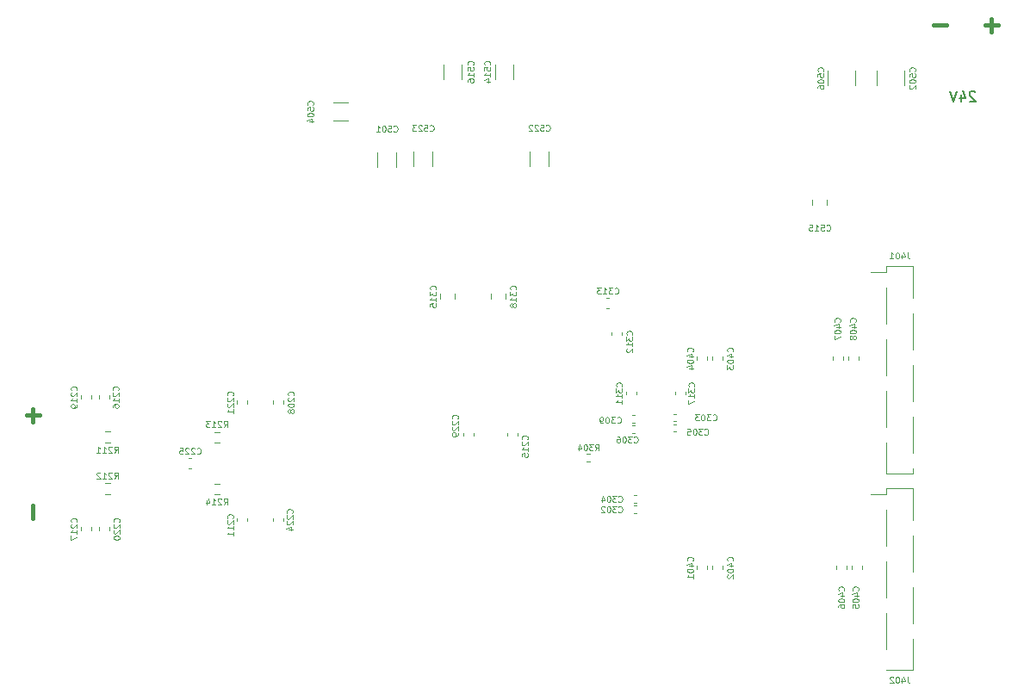
<source format=gbr>
G04 #@! TF.GenerationSoftware,KiCad,Pcbnew,8.0.4*
G04 #@! TF.CreationDate,2024-09-02T12:19:08+02:00*
G04 #@! TF.ProjectId,AD4030-Voltage,41443430-3330-42d5-966f-6c746167652e,rev?*
G04 #@! TF.SameCoordinates,Original*
G04 #@! TF.FileFunction,Legend,Bot*
G04 #@! TF.FilePolarity,Positive*
%FSLAX46Y46*%
G04 Gerber Fmt 4.6, Leading zero omitted, Abs format (unit mm)*
G04 Created by KiCad (PCBNEW 8.0.4) date 2024-09-02 12:19:08*
%MOMM*%
%LPD*%
G01*
G04 APERTURE LIST*
%ADD10C,0.400000*%
%ADD11C,0.200000*%
%ADD12C,0.120000*%
G04 APERTURE END LIST*
D10*
X186944000Y-61341000D02*
X186944000Y-62611000D01*
X92075000Y-100330000D02*
X93345000Y-100330000D01*
X182499000Y-61976000D02*
X181229000Y-61976000D01*
X92710000Y-109220000D02*
X92710000Y-110490000D01*
X92710000Y-99695000D02*
X92710000Y-100965000D01*
X187579000Y-61976000D02*
X186309000Y-61976000D01*
D11*
X185351945Y-68558457D02*
X185304326Y-68510838D01*
X185304326Y-68510838D02*
X185209088Y-68463219D01*
X185209088Y-68463219D02*
X184970993Y-68463219D01*
X184970993Y-68463219D02*
X184875755Y-68510838D01*
X184875755Y-68510838D02*
X184828136Y-68558457D01*
X184828136Y-68558457D02*
X184780517Y-68653695D01*
X184780517Y-68653695D02*
X184780517Y-68748933D01*
X184780517Y-68748933D02*
X184828136Y-68891790D01*
X184828136Y-68891790D02*
X185399564Y-69463219D01*
X185399564Y-69463219D02*
X184780517Y-69463219D01*
X183923374Y-68796552D02*
X183923374Y-69463219D01*
X184161469Y-68415600D02*
X184399564Y-69129885D01*
X184399564Y-69129885D02*
X183780517Y-69129885D01*
X183542421Y-68463219D02*
X183209088Y-69463219D01*
X183209088Y-69463219D02*
X182875755Y-68463219D01*
D12*
X134453188Y-100674571D02*
X134481760Y-100645999D01*
X134481760Y-100645999D02*
X134510331Y-100560285D01*
X134510331Y-100560285D02*
X134510331Y-100503142D01*
X134510331Y-100503142D02*
X134481760Y-100417428D01*
X134481760Y-100417428D02*
X134424617Y-100360285D01*
X134424617Y-100360285D02*
X134367474Y-100331714D01*
X134367474Y-100331714D02*
X134253188Y-100303142D01*
X134253188Y-100303142D02*
X134167474Y-100303142D01*
X134167474Y-100303142D02*
X134053188Y-100331714D01*
X134053188Y-100331714D02*
X133996045Y-100360285D01*
X133996045Y-100360285D02*
X133938902Y-100417428D01*
X133938902Y-100417428D02*
X133910331Y-100503142D01*
X133910331Y-100503142D02*
X133910331Y-100560285D01*
X133910331Y-100560285D02*
X133938902Y-100645999D01*
X133938902Y-100645999D02*
X133967474Y-100674571D01*
X133967474Y-100903142D02*
X133938902Y-100931714D01*
X133938902Y-100931714D02*
X133910331Y-100988857D01*
X133910331Y-100988857D02*
X133910331Y-101131714D01*
X133910331Y-101131714D02*
X133938902Y-101188857D01*
X133938902Y-101188857D02*
X133967474Y-101217428D01*
X133967474Y-101217428D02*
X134024617Y-101245999D01*
X134024617Y-101245999D02*
X134081760Y-101245999D01*
X134081760Y-101245999D02*
X134167474Y-101217428D01*
X134167474Y-101217428D02*
X134510331Y-100874571D01*
X134510331Y-100874571D02*
X134510331Y-101245999D01*
X133967474Y-101474571D02*
X133938902Y-101503143D01*
X133938902Y-101503143D02*
X133910331Y-101560286D01*
X133910331Y-101560286D02*
X133910331Y-101703143D01*
X133910331Y-101703143D02*
X133938902Y-101760286D01*
X133938902Y-101760286D02*
X133967474Y-101788857D01*
X133967474Y-101788857D02*
X134024617Y-101817428D01*
X134024617Y-101817428D02*
X134081760Y-101817428D01*
X134081760Y-101817428D02*
X134167474Y-101788857D01*
X134167474Y-101788857D02*
X134510331Y-101446000D01*
X134510331Y-101446000D02*
X134510331Y-101817428D01*
X134510331Y-102103143D02*
X134510331Y-102217429D01*
X134510331Y-102217429D02*
X134481760Y-102274572D01*
X134481760Y-102274572D02*
X134453188Y-102303143D01*
X134453188Y-102303143D02*
X134367474Y-102360286D01*
X134367474Y-102360286D02*
X134253188Y-102388857D01*
X134253188Y-102388857D02*
X134024617Y-102388857D01*
X134024617Y-102388857D02*
X133967474Y-102360286D01*
X133967474Y-102360286D02*
X133938902Y-102331715D01*
X133938902Y-102331715D02*
X133910331Y-102274572D01*
X133910331Y-102274572D02*
X133910331Y-102160286D01*
X133910331Y-102160286D02*
X133938902Y-102103143D01*
X133938902Y-102103143D02*
X133967474Y-102074572D01*
X133967474Y-102074572D02*
X134024617Y-102046000D01*
X134024617Y-102046000D02*
X134167474Y-102046000D01*
X134167474Y-102046000D02*
X134224617Y-102074572D01*
X134224617Y-102074572D02*
X134253188Y-102103143D01*
X134253188Y-102103143D02*
X134281760Y-102160286D01*
X134281760Y-102160286D02*
X134281760Y-102274572D01*
X134281760Y-102274572D02*
X134253188Y-102331715D01*
X134253188Y-102331715D02*
X134224617Y-102360286D01*
X134224617Y-102360286D02*
X134167474Y-102388857D01*
X118324188Y-98388571D02*
X118352760Y-98359999D01*
X118352760Y-98359999D02*
X118381331Y-98274285D01*
X118381331Y-98274285D02*
X118381331Y-98217142D01*
X118381331Y-98217142D02*
X118352760Y-98131428D01*
X118352760Y-98131428D02*
X118295617Y-98074285D01*
X118295617Y-98074285D02*
X118238474Y-98045714D01*
X118238474Y-98045714D02*
X118124188Y-98017142D01*
X118124188Y-98017142D02*
X118038474Y-98017142D01*
X118038474Y-98017142D02*
X117924188Y-98045714D01*
X117924188Y-98045714D02*
X117867045Y-98074285D01*
X117867045Y-98074285D02*
X117809902Y-98131428D01*
X117809902Y-98131428D02*
X117781331Y-98217142D01*
X117781331Y-98217142D02*
X117781331Y-98274285D01*
X117781331Y-98274285D02*
X117809902Y-98359999D01*
X117809902Y-98359999D02*
X117838474Y-98388571D01*
X117838474Y-98617142D02*
X117809902Y-98645714D01*
X117809902Y-98645714D02*
X117781331Y-98702857D01*
X117781331Y-98702857D02*
X117781331Y-98845714D01*
X117781331Y-98845714D02*
X117809902Y-98902857D01*
X117809902Y-98902857D02*
X117838474Y-98931428D01*
X117838474Y-98931428D02*
X117895617Y-98959999D01*
X117895617Y-98959999D02*
X117952760Y-98959999D01*
X117952760Y-98959999D02*
X118038474Y-98931428D01*
X118038474Y-98931428D02*
X118381331Y-98588571D01*
X118381331Y-98588571D02*
X118381331Y-98959999D01*
X117781331Y-99331428D02*
X117781331Y-99388571D01*
X117781331Y-99388571D02*
X117809902Y-99445714D01*
X117809902Y-99445714D02*
X117838474Y-99474286D01*
X117838474Y-99474286D02*
X117895617Y-99502857D01*
X117895617Y-99502857D02*
X118009902Y-99531428D01*
X118009902Y-99531428D02*
X118152760Y-99531428D01*
X118152760Y-99531428D02*
X118267045Y-99502857D01*
X118267045Y-99502857D02*
X118324188Y-99474286D01*
X118324188Y-99474286D02*
X118352760Y-99445714D01*
X118352760Y-99445714D02*
X118381331Y-99388571D01*
X118381331Y-99388571D02*
X118381331Y-99331428D01*
X118381331Y-99331428D02*
X118352760Y-99274286D01*
X118352760Y-99274286D02*
X118324188Y-99245714D01*
X118324188Y-99245714D02*
X118267045Y-99217143D01*
X118267045Y-99217143D02*
X118152760Y-99188571D01*
X118152760Y-99188571D02*
X118009902Y-99188571D01*
X118009902Y-99188571D02*
X117895617Y-99217143D01*
X117895617Y-99217143D02*
X117838474Y-99245714D01*
X117838474Y-99245714D02*
X117809902Y-99274286D01*
X117809902Y-99274286D02*
X117781331Y-99331428D01*
X118038474Y-99874286D02*
X118009902Y-99817143D01*
X118009902Y-99817143D02*
X117981331Y-99788572D01*
X117981331Y-99788572D02*
X117924188Y-99760000D01*
X117924188Y-99760000D02*
X117895617Y-99760000D01*
X117895617Y-99760000D02*
X117838474Y-99788572D01*
X117838474Y-99788572D02*
X117809902Y-99817143D01*
X117809902Y-99817143D02*
X117781331Y-99874286D01*
X117781331Y-99874286D02*
X117781331Y-99988572D01*
X117781331Y-99988572D02*
X117809902Y-100045715D01*
X117809902Y-100045715D02*
X117838474Y-100074286D01*
X117838474Y-100074286D02*
X117895617Y-100102857D01*
X117895617Y-100102857D02*
X117924188Y-100102857D01*
X117924188Y-100102857D02*
X117981331Y-100074286D01*
X117981331Y-100074286D02*
X118009902Y-100045715D01*
X118009902Y-100045715D02*
X118038474Y-99988572D01*
X118038474Y-99988572D02*
X118038474Y-99874286D01*
X118038474Y-99874286D02*
X118067045Y-99817143D01*
X118067045Y-99817143D02*
X118095617Y-99788572D01*
X118095617Y-99788572D02*
X118152760Y-99760000D01*
X118152760Y-99760000D02*
X118267045Y-99760000D01*
X118267045Y-99760000D02*
X118324188Y-99788572D01*
X118324188Y-99788572D02*
X118352760Y-99817143D01*
X118352760Y-99817143D02*
X118381331Y-99874286D01*
X118381331Y-99874286D02*
X118381331Y-99988572D01*
X118381331Y-99988572D02*
X118352760Y-100045715D01*
X118352760Y-100045715D02*
X118324188Y-100074286D01*
X118324188Y-100074286D02*
X118267045Y-100102857D01*
X118267045Y-100102857D02*
X118152760Y-100102857D01*
X118152760Y-100102857D02*
X118095617Y-100074286D01*
X118095617Y-100074286D02*
X118067045Y-100045715D01*
X118067045Y-100045715D02*
X118038474Y-99988572D01*
X147991428Y-103776331D02*
X148191428Y-103490617D01*
X148334285Y-103776331D02*
X148334285Y-103176331D01*
X148334285Y-103176331D02*
X148105714Y-103176331D01*
X148105714Y-103176331D02*
X148048571Y-103204902D01*
X148048571Y-103204902D02*
X148020000Y-103233474D01*
X148020000Y-103233474D02*
X147991428Y-103290617D01*
X147991428Y-103290617D02*
X147991428Y-103376331D01*
X147991428Y-103376331D02*
X148020000Y-103433474D01*
X148020000Y-103433474D02*
X148048571Y-103462045D01*
X148048571Y-103462045D02*
X148105714Y-103490617D01*
X148105714Y-103490617D02*
X148334285Y-103490617D01*
X147791428Y-103176331D02*
X147420000Y-103176331D01*
X147420000Y-103176331D02*
X147620000Y-103404902D01*
X147620000Y-103404902D02*
X147534285Y-103404902D01*
X147534285Y-103404902D02*
X147477143Y-103433474D01*
X147477143Y-103433474D02*
X147448571Y-103462045D01*
X147448571Y-103462045D02*
X147420000Y-103519188D01*
X147420000Y-103519188D02*
X147420000Y-103662045D01*
X147420000Y-103662045D02*
X147448571Y-103719188D01*
X147448571Y-103719188D02*
X147477143Y-103747760D01*
X147477143Y-103747760D02*
X147534285Y-103776331D01*
X147534285Y-103776331D02*
X147705714Y-103776331D01*
X147705714Y-103776331D02*
X147762857Y-103747760D01*
X147762857Y-103747760D02*
X147791428Y-103719188D01*
X147048571Y-103176331D02*
X146991428Y-103176331D01*
X146991428Y-103176331D02*
X146934285Y-103204902D01*
X146934285Y-103204902D02*
X146905714Y-103233474D01*
X146905714Y-103233474D02*
X146877142Y-103290617D01*
X146877142Y-103290617D02*
X146848571Y-103404902D01*
X146848571Y-103404902D02*
X146848571Y-103547760D01*
X146848571Y-103547760D02*
X146877142Y-103662045D01*
X146877142Y-103662045D02*
X146905714Y-103719188D01*
X146905714Y-103719188D02*
X146934285Y-103747760D01*
X146934285Y-103747760D02*
X146991428Y-103776331D01*
X146991428Y-103776331D02*
X147048571Y-103776331D01*
X147048571Y-103776331D02*
X147105714Y-103747760D01*
X147105714Y-103747760D02*
X147134285Y-103719188D01*
X147134285Y-103719188D02*
X147162856Y-103662045D01*
X147162856Y-103662045D02*
X147191428Y-103547760D01*
X147191428Y-103547760D02*
X147191428Y-103404902D01*
X147191428Y-103404902D02*
X147162856Y-103290617D01*
X147162856Y-103290617D02*
X147134285Y-103233474D01*
X147134285Y-103233474D02*
X147105714Y-103204902D01*
X147105714Y-103204902D02*
X147048571Y-103176331D01*
X146334285Y-103376331D02*
X146334285Y-103776331D01*
X146477142Y-103147760D02*
X146619999Y-103576331D01*
X146619999Y-103576331D02*
X146248570Y-103576331D01*
X111452428Y-101490331D02*
X111652428Y-101204617D01*
X111795285Y-101490331D02*
X111795285Y-100890331D01*
X111795285Y-100890331D02*
X111566714Y-100890331D01*
X111566714Y-100890331D02*
X111509571Y-100918902D01*
X111509571Y-100918902D02*
X111481000Y-100947474D01*
X111481000Y-100947474D02*
X111452428Y-101004617D01*
X111452428Y-101004617D02*
X111452428Y-101090331D01*
X111452428Y-101090331D02*
X111481000Y-101147474D01*
X111481000Y-101147474D02*
X111509571Y-101176045D01*
X111509571Y-101176045D02*
X111566714Y-101204617D01*
X111566714Y-101204617D02*
X111795285Y-101204617D01*
X111223857Y-100947474D02*
X111195285Y-100918902D01*
X111195285Y-100918902D02*
X111138143Y-100890331D01*
X111138143Y-100890331D02*
X110995285Y-100890331D01*
X110995285Y-100890331D02*
X110938143Y-100918902D01*
X110938143Y-100918902D02*
X110909571Y-100947474D01*
X110909571Y-100947474D02*
X110881000Y-101004617D01*
X110881000Y-101004617D02*
X110881000Y-101061760D01*
X110881000Y-101061760D02*
X110909571Y-101147474D01*
X110909571Y-101147474D02*
X111252428Y-101490331D01*
X111252428Y-101490331D02*
X110881000Y-101490331D01*
X110309571Y-101490331D02*
X110652428Y-101490331D01*
X110480999Y-101490331D02*
X110480999Y-100890331D01*
X110480999Y-100890331D02*
X110538142Y-100976045D01*
X110538142Y-100976045D02*
X110595285Y-101033188D01*
X110595285Y-101033188D02*
X110652428Y-101061760D01*
X110109570Y-100890331D02*
X109738142Y-100890331D01*
X109738142Y-100890331D02*
X109938142Y-101118902D01*
X109938142Y-101118902D02*
X109852427Y-101118902D01*
X109852427Y-101118902D02*
X109795285Y-101147474D01*
X109795285Y-101147474D02*
X109766713Y-101176045D01*
X109766713Y-101176045D02*
X109738142Y-101233188D01*
X109738142Y-101233188D02*
X109738142Y-101376045D01*
X109738142Y-101376045D02*
X109766713Y-101433188D01*
X109766713Y-101433188D02*
X109795285Y-101461760D01*
X109795285Y-101461760D02*
X109852427Y-101490331D01*
X109852427Y-101490331D02*
X110023856Y-101490331D01*
X110023856Y-101490331D02*
X110080999Y-101461760D01*
X110080999Y-101461760D02*
X110109570Y-101433188D01*
X120229188Y-69813571D02*
X120257760Y-69784999D01*
X120257760Y-69784999D02*
X120286331Y-69699285D01*
X120286331Y-69699285D02*
X120286331Y-69642142D01*
X120286331Y-69642142D02*
X120257760Y-69556428D01*
X120257760Y-69556428D02*
X120200617Y-69499285D01*
X120200617Y-69499285D02*
X120143474Y-69470714D01*
X120143474Y-69470714D02*
X120029188Y-69442142D01*
X120029188Y-69442142D02*
X119943474Y-69442142D01*
X119943474Y-69442142D02*
X119829188Y-69470714D01*
X119829188Y-69470714D02*
X119772045Y-69499285D01*
X119772045Y-69499285D02*
X119714902Y-69556428D01*
X119714902Y-69556428D02*
X119686331Y-69642142D01*
X119686331Y-69642142D02*
X119686331Y-69699285D01*
X119686331Y-69699285D02*
X119714902Y-69784999D01*
X119714902Y-69784999D02*
X119743474Y-69813571D01*
X119686331Y-70356428D02*
X119686331Y-70070714D01*
X119686331Y-70070714D02*
X119972045Y-70042142D01*
X119972045Y-70042142D02*
X119943474Y-70070714D01*
X119943474Y-70070714D02*
X119914902Y-70127857D01*
X119914902Y-70127857D02*
X119914902Y-70270714D01*
X119914902Y-70270714D02*
X119943474Y-70327857D01*
X119943474Y-70327857D02*
X119972045Y-70356428D01*
X119972045Y-70356428D02*
X120029188Y-70384999D01*
X120029188Y-70384999D02*
X120172045Y-70384999D01*
X120172045Y-70384999D02*
X120229188Y-70356428D01*
X120229188Y-70356428D02*
X120257760Y-70327857D01*
X120257760Y-70327857D02*
X120286331Y-70270714D01*
X120286331Y-70270714D02*
X120286331Y-70127857D01*
X120286331Y-70127857D02*
X120257760Y-70070714D01*
X120257760Y-70070714D02*
X120229188Y-70042142D01*
X119686331Y-70756428D02*
X119686331Y-70813571D01*
X119686331Y-70813571D02*
X119714902Y-70870714D01*
X119714902Y-70870714D02*
X119743474Y-70899286D01*
X119743474Y-70899286D02*
X119800617Y-70927857D01*
X119800617Y-70927857D02*
X119914902Y-70956428D01*
X119914902Y-70956428D02*
X120057760Y-70956428D01*
X120057760Y-70956428D02*
X120172045Y-70927857D01*
X120172045Y-70927857D02*
X120229188Y-70899286D01*
X120229188Y-70899286D02*
X120257760Y-70870714D01*
X120257760Y-70870714D02*
X120286331Y-70813571D01*
X120286331Y-70813571D02*
X120286331Y-70756428D01*
X120286331Y-70756428D02*
X120257760Y-70699286D01*
X120257760Y-70699286D02*
X120229188Y-70670714D01*
X120229188Y-70670714D02*
X120172045Y-70642143D01*
X120172045Y-70642143D02*
X120057760Y-70613571D01*
X120057760Y-70613571D02*
X119914902Y-70613571D01*
X119914902Y-70613571D02*
X119800617Y-70642143D01*
X119800617Y-70642143D02*
X119743474Y-70670714D01*
X119743474Y-70670714D02*
X119714902Y-70699286D01*
X119714902Y-70699286D02*
X119686331Y-70756428D01*
X119886331Y-71470715D02*
X120286331Y-71470715D01*
X119657760Y-71327857D02*
X120086331Y-71185000D01*
X120086331Y-71185000D02*
X120086331Y-71556429D01*
X150150428Y-101052188D02*
X150179000Y-101080760D01*
X150179000Y-101080760D02*
X150264714Y-101109331D01*
X150264714Y-101109331D02*
X150321857Y-101109331D01*
X150321857Y-101109331D02*
X150407571Y-101080760D01*
X150407571Y-101080760D02*
X150464714Y-101023617D01*
X150464714Y-101023617D02*
X150493285Y-100966474D01*
X150493285Y-100966474D02*
X150521857Y-100852188D01*
X150521857Y-100852188D02*
X150521857Y-100766474D01*
X150521857Y-100766474D02*
X150493285Y-100652188D01*
X150493285Y-100652188D02*
X150464714Y-100595045D01*
X150464714Y-100595045D02*
X150407571Y-100537902D01*
X150407571Y-100537902D02*
X150321857Y-100509331D01*
X150321857Y-100509331D02*
X150264714Y-100509331D01*
X150264714Y-100509331D02*
X150179000Y-100537902D01*
X150179000Y-100537902D02*
X150150428Y-100566474D01*
X149950428Y-100509331D02*
X149579000Y-100509331D01*
X149579000Y-100509331D02*
X149779000Y-100737902D01*
X149779000Y-100737902D02*
X149693285Y-100737902D01*
X149693285Y-100737902D02*
X149636143Y-100766474D01*
X149636143Y-100766474D02*
X149607571Y-100795045D01*
X149607571Y-100795045D02*
X149579000Y-100852188D01*
X149579000Y-100852188D02*
X149579000Y-100995045D01*
X149579000Y-100995045D02*
X149607571Y-101052188D01*
X149607571Y-101052188D02*
X149636143Y-101080760D01*
X149636143Y-101080760D02*
X149693285Y-101109331D01*
X149693285Y-101109331D02*
X149864714Y-101109331D01*
X149864714Y-101109331D02*
X149921857Y-101080760D01*
X149921857Y-101080760D02*
X149950428Y-101052188D01*
X149207571Y-100509331D02*
X149150428Y-100509331D01*
X149150428Y-100509331D02*
X149093285Y-100537902D01*
X149093285Y-100537902D02*
X149064714Y-100566474D01*
X149064714Y-100566474D02*
X149036142Y-100623617D01*
X149036142Y-100623617D02*
X149007571Y-100737902D01*
X149007571Y-100737902D02*
X149007571Y-100880760D01*
X149007571Y-100880760D02*
X149036142Y-100995045D01*
X149036142Y-100995045D02*
X149064714Y-101052188D01*
X149064714Y-101052188D02*
X149093285Y-101080760D01*
X149093285Y-101080760D02*
X149150428Y-101109331D01*
X149150428Y-101109331D02*
X149207571Y-101109331D01*
X149207571Y-101109331D02*
X149264714Y-101080760D01*
X149264714Y-101080760D02*
X149293285Y-101052188D01*
X149293285Y-101052188D02*
X149321856Y-100995045D01*
X149321856Y-100995045D02*
X149350428Y-100880760D01*
X149350428Y-100880760D02*
X149350428Y-100737902D01*
X149350428Y-100737902D02*
X149321856Y-100623617D01*
X149321856Y-100623617D02*
X149293285Y-100566474D01*
X149293285Y-100566474D02*
X149264714Y-100537902D01*
X149264714Y-100537902D02*
X149207571Y-100509331D01*
X148721856Y-101109331D02*
X148607570Y-101109331D01*
X148607570Y-101109331D02*
X148550427Y-101080760D01*
X148550427Y-101080760D02*
X148521856Y-101052188D01*
X148521856Y-101052188D02*
X148464713Y-100966474D01*
X148464713Y-100966474D02*
X148436142Y-100852188D01*
X148436142Y-100852188D02*
X148436142Y-100623617D01*
X148436142Y-100623617D02*
X148464713Y-100566474D01*
X148464713Y-100566474D02*
X148493285Y-100537902D01*
X148493285Y-100537902D02*
X148550427Y-100509331D01*
X148550427Y-100509331D02*
X148664713Y-100509331D01*
X148664713Y-100509331D02*
X148721856Y-100537902D01*
X148721856Y-100537902D02*
X148750427Y-100566474D01*
X148750427Y-100566474D02*
X148778999Y-100623617D01*
X148778999Y-100623617D02*
X148778999Y-100766474D01*
X148778999Y-100766474D02*
X148750427Y-100823617D01*
X148750427Y-100823617D02*
X148721856Y-100852188D01*
X148721856Y-100852188D02*
X148664713Y-100880760D01*
X148664713Y-100880760D02*
X148550427Y-100880760D01*
X148550427Y-100880760D02*
X148493285Y-100852188D01*
X148493285Y-100852188D02*
X148464713Y-100823617D01*
X148464713Y-100823617D02*
X148436142Y-100766474D01*
X158735628Y-102195188D02*
X158764200Y-102223760D01*
X158764200Y-102223760D02*
X158849914Y-102252331D01*
X158849914Y-102252331D02*
X158907057Y-102252331D01*
X158907057Y-102252331D02*
X158992771Y-102223760D01*
X158992771Y-102223760D02*
X159049914Y-102166617D01*
X159049914Y-102166617D02*
X159078485Y-102109474D01*
X159078485Y-102109474D02*
X159107057Y-101995188D01*
X159107057Y-101995188D02*
X159107057Y-101909474D01*
X159107057Y-101909474D02*
X159078485Y-101795188D01*
X159078485Y-101795188D02*
X159049914Y-101738045D01*
X159049914Y-101738045D02*
X158992771Y-101680902D01*
X158992771Y-101680902D02*
X158907057Y-101652331D01*
X158907057Y-101652331D02*
X158849914Y-101652331D01*
X158849914Y-101652331D02*
X158764200Y-101680902D01*
X158764200Y-101680902D02*
X158735628Y-101709474D01*
X158535628Y-101652331D02*
X158164200Y-101652331D01*
X158164200Y-101652331D02*
X158364200Y-101880902D01*
X158364200Y-101880902D02*
X158278485Y-101880902D01*
X158278485Y-101880902D02*
X158221343Y-101909474D01*
X158221343Y-101909474D02*
X158192771Y-101938045D01*
X158192771Y-101938045D02*
X158164200Y-101995188D01*
X158164200Y-101995188D02*
X158164200Y-102138045D01*
X158164200Y-102138045D02*
X158192771Y-102195188D01*
X158192771Y-102195188D02*
X158221343Y-102223760D01*
X158221343Y-102223760D02*
X158278485Y-102252331D01*
X158278485Y-102252331D02*
X158449914Y-102252331D01*
X158449914Y-102252331D02*
X158507057Y-102223760D01*
X158507057Y-102223760D02*
X158535628Y-102195188D01*
X157792771Y-101652331D02*
X157735628Y-101652331D01*
X157735628Y-101652331D02*
X157678485Y-101680902D01*
X157678485Y-101680902D02*
X157649914Y-101709474D01*
X157649914Y-101709474D02*
X157621342Y-101766617D01*
X157621342Y-101766617D02*
X157592771Y-101880902D01*
X157592771Y-101880902D02*
X157592771Y-102023760D01*
X157592771Y-102023760D02*
X157621342Y-102138045D01*
X157621342Y-102138045D02*
X157649914Y-102195188D01*
X157649914Y-102195188D02*
X157678485Y-102223760D01*
X157678485Y-102223760D02*
X157735628Y-102252331D01*
X157735628Y-102252331D02*
X157792771Y-102252331D01*
X157792771Y-102252331D02*
X157849914Y-102223760D01*
X157849914Y-102223760D02*
X157878485Y-102195188D01*
X157878485Y-102195188D02*
X157907056Y-102138045D01*
X157907056Y-102138045D02*
X157935628Y-102023760D01*
X157935628Y-102023760D02*
X157935628Y-101880902D01*
X157935628Y-101880902D02*
X157907056Y-101766617D01*
X157907056Y-101766617D02*
X157878485Y-101709474D01*
X157878485Y-101709474D02*
X157849914Y-101680902D01*
X157849914Y-101680902D02*
X157792771Y-101652331D01*
X157049913Y-101652331D02*
X157335627Y-101652331D01*
X157335627Y-101652331D02*
X157364199Y-101938045D01*
X157364199Y-101938045D02*
X157335627Y-101909474D01*
X157335627Y-101909474D02*
X157278485Y-101880902D01*
X157278485Y-101880902D02*
X157135627Y-101880902D01*
X157135627Y-101880902D02*
X157078485Y-101909474D01*
X157078485Y-101909474D02*
X157049913Y-101938045D01*
X157049913Y-101938045D02*
X157021342Y-101995188D01*
X157021342Y-101995188D02*
X157021342Y-102138045D01*
X157021342Y-102138045D02*
X157049913Y-102195188D01*
X157049913Y-102195188D02*
X157078485Y-102223760D01*
X157078485Y-102223760D02*
X157135627Y-102252331D01*
X157135627Y-102252331D02*
X157278485Y-102252331D01*
X157278485Y-102252331D02*
X157335627Y-102223760D01*
X157335627Y-102223760D02*
X157364199Y-102195188D01*
X118197188Y-109945571D02*
X118225760Y-109916999D01*
X118225760Y-109916999D02*
X118254331Y-109831285D01*
X118254331Y-109831285D02*
X118254331Y-109774142D01*
X118254331Y-109774142D02*
X118225760Y-109688428D01*
X118225760Y-109688428D02*
X118168617Y-109631285D01*
X118168617Y-109631285D02*
X118111474Y-109602714D01*
X118111474Y-109602714D02*
X117997188Y-109574142D01*
X117997188Y-109574142D02*
X117911474Y-109574142D01*
X117911474Y-109574142D02*
X117797188Y-109602714D01*
X117797188Y-109602714D02*
X117740045Y-109631285D01*
X117740045Y-109631285D02*
X117682902Y-109688428D01*
X117682902Y-109688428D02*
X117654331Y-109774142D01*
X117654331Y-109774142D02*
X117654331Y-109831285D01*
X117654331Y-109831285D02*
X117682902Y-109916999D01*
X117682902Y-109916999D02*
X117711474Y-109945571D01*
X117711474Y-110174142D02*
X117682902Y-110202714D01*
X117682902Y-110202714D02*
X117654331Y-110259857D01*
X117654331Y-110259857D02*
X117654331Y-110402714D01*
X117654331Y-110402714D02*
X117682902Y-110459857D01*
X117682902Y-110459857D02*
X117711474Y-110488428D01*
X117711474Y-110488428D02*
X117768617Y-110516999D01*
X117768617Y-110516999D02*
X117825760Y-110516999D01*
X117825760Y-110516999D02*
X117911474Y-110488428D01*
X117911474Y-110488428D02*
X118254331Y-110145571D01*
X118254331Y-110145571D02*
X118254331Y-110516999D01*
X117711474Y-110745571D02*
X117682902Y-110774143D01*
X117682902Y-110774143D02*
X117654331Y-110831286D01*
X117654331Y-110831286D02*
X117654331Y-110974143D01*
X117654331Y-110974143D02*
X117682902Y-111031286D01*
X117682902Y-111031286D02*
X117711474Y-111059857D01*
X117711474Y-111059857D02*
X117768617Y-111088428D01*
X117768617Y-111088428D02*
X117825760Y-111088428D01*
X117825760Y-111088428D02*
X117911474Y-111059857D01*
X117911474Y-111059857D02*
X118254331Y-110717000D01*
X118254331Y-110717000D02*
X118254331Y-111088428D01*
X117854331Y-111602715D02*
X118254331Y-111602715D01*
X117625760Y-111459857D02*
X118054331Y-111317000D01*
X118054331Y-111317000D02*
X118054331Y-111688429D01*
X161504188Y-114644571D02*
X161532760Y-114615999D01*
X161532760Y-114615999D02*
X161561331Y-114530285D01*
X161561331Y-114530285D02*
X161561331Y-114473142D01*
X161561331Y-114473142D02*
X161532760Y-114387428D01*
X161532760Y-114387428D02*
X161475617Y-114330285D01*
X161475617Y-114330285D02*
X161418474Y-114301714D01*
X161418474Y-114301714D02*
X161304188Y-114273142D01*
X161304188Y-114273142D02*
X161218474Y-114273142D01*
X161218474Y-114273142D02*
X161104188Y-114301714D01*
X161104188Y-114301714D02*
X161047045Y-114330285D01*
X161047045Y-114330285D02*
X160989902Y-114387428D01*
X160989902Y-114387428D02*
X160961331Y-114473142D01*
X160961331Y-114473142D02*
X160961331Y-114530285D01*
X160961331Y-114530285D02*
X160989902Y-114615999D01*
X160989902Y-114615999D02*
X161018474Y-114644571D01*
X161161331Y-115158857D02*
X161561331Y-115158857D01*
X160932760Y-115015999D02*
X161361331Y-114873142D01*
X161361331Y-114873142D02*
X161361331Y-115244571D01*
X160961331Y-115587428D02*
X160961331Y-115644571D01*
X160961331Y-115644571D02*
X160989902Y-115701714D01*
X160989902Y-115701714D02*
X161018474Y-115730286D01*
X161018474Y-115730286D02*
X161075617Y-115758857D01*
X161075617Y-115758857D02*
X161189902Y-115787428D01*
X161189902Y-115787428D02*
X161332760Y-115787428D01*
X161332760Y-115787428D02*
X161447045Y-115758857D01*
X161447045Y-115758857D02*
X161504188Y-115730286D01*
X161504188Y-115730286D02*
X161532760Y-115701714D01*
X161532760Y-115701714D02*
X161561331Y-115644571D01*
X161561331Y-115644571D02*
X161561331Y-115587428D01*
X161561331Y-115587428D02*
X161532760Y-115530286D01*
X161532760Y-115530286D02*
X161504188Y-115501714D01*
X161504188Y-115501714D02*
X161447045Y-115473143D01*
X161447045Y-115473143D02*
X161332760Y-115444571D01*
X161332760Y-115444571D02*
X161189902Y-115444571D01*
X161189902Y-115444571D02*
X161075617Y-115473143D01*
X161075617Y-115473143D02*
X161018474Y-115501714D01*
X161018474Y-115501714D02*
X160989902Y-115530286D01*
X160989902Y-115530286D02*
X160961331Y-115587428D01*
X161018474Y-116016000D02*
X160989902Y-116044572D01*
X160989902Y-116044572D02*
X160961331Y-116101715D01*
X160961331Y-116101715D02*
X160961331Y-116244572D01*
X160961331Y-116244572D02*
X160989902Y-116301715D01*
X160989902Y-116301715D02*
X161018474Y-116330286D01*
X161018474Y-116330286D02*
X161075617Y-116358857D01*
X161075617Y-116358857D02*
X161132760Y-116358857D01*
X161132760Y-116358857D02*
X161218474Y-116330286D01*
X161218474Y-116330286D02*
X161561331Y-115987429D01*
X161561331Y-115987429D02*
X161561331Y-116358857D01*
X96988188Y-97880571D02*
X97016760Y-97851999D01*
X97016760Y-97851999D02*
X97045331Y-97766285D01*
X97045331Y-97766285D02*
X97045331Y-97709142D01*
X97045331Y-97709142D02*
X97016760Y-97623428D01*
X97016760Y-97623428D02*
X96959617Y-97566285D01*
X96959617Y-97566285D02*
X96902474Y-97537714D01*
X96902474Y-97537714D02*
X96788188Y-97509142D01*
X96788188Y-97509142D02*
X96702474Y-97509142D01*
X96702474Y-97509142D02*
X96588188Y-97537714D01*
X96588188Y-97537714D02*
X96531045Y-97566285D01*
X96531045Y-97566285D02*
X96473902Y-97623428D01*
X96473902Y-97623428D02*
X96445331Y-97709142D01*
X96445331Y-97709142D02*
X96445331Y-97766285D01*
X96445331Y-97766285D02*
X96473902Y-97851999D01*
X96473902Y-97851999D02*
X96502474Y-97880571D01*
X96502474Y-98109142D02*
X96473902Y-98137714D01*
X96473902Y-98137714D02*
X96445331Y-98194857D01*
X96445331Y-98194857D02*
X96445331Y-98337714D01*
X96445331Y-98337714D02*
X96473902Y-98394857D01*
X96473902Y-98394857D02*
X96502474Y-98423428D01*
X96502474Y-98423428D02*
X96559617Y-98451999D01*
X96559617Y-98451999D02*
X96616760Y-98451999D01*
X96616760Y-98451999D02*
X96702474Y-98423428D01*
X96702474Y-98423428D02*
X97045331Y-98080571D01*
X97045331Y-98080571D02*
X97045331Y-98451999D01*
X97045331Y-99023428D02*
X97045331Y-98680571D01*
X97045331Y-98852000D02*
X96445331Y-98852000D01*
X96445331Y-98852000D02*
X96531045Y-98794857D01*
X96531045Y-98794857D02*
X96588188Y-98737714D01*
X96588188Y-98737714D02*
X96616760Y-98680571D01*
X97045331Y-99309143D02*
X97045331Y-99423429D01*
X97045331Y-99423429D02*
X97016760Y-99480572D01*
X97016760Y-99480572D02*
X96988188Y-99509143D01*
X96988188Y-99509143D02*
X96902474Y-99566286D01*
X96902474Y-99566286D02*
X96788188Y-99594857D01*
X96788188Y-99594857D02*
X96559617Y-99594857D01*
X96559617Y-99594857D02*
X96502474Y-99566286D01*
X96502474Y-99566286D02*
X96473902Y-99537715D01*
X96473902Y-99537715D02*
X96445331Y-99480572D01*
X96445331Y-99480572D02*
X96445331Y-99366286D01*
X96445331Y-99366286D02*
X96473902Y-99309143D01*
X96473902Y-99309143D02*
X96502474Y-99280572D01*
X96502474Y-99280572D02*
X96559617Y-99252000D01*
X96559617Y-99252000D02*
X96702474Y-99252000D01*
X96702474Y-99252000D02*
X96759617Y-99280572D01*
X96759617Y-99280572D02*
X96788188Y-99309143D01*
X96788188Y-99309143D02*
X96816760Y-99366286D01*
X96816760Y-99366286D02*
X96816760Y-99480572D01*
X96816760Y-99480572D02*
X96788188Y-99537715D01*
X96788188Y-99537715D02*
X96759617Y-99566286D01*
X96759617Y-99566286D02*
X96702474Y-99594857D01*
X131735428Y-72350188D02*
X131764000Y-72378760D01*
X131764000Y-72378760D02*
X131849714Y-72407331D01*
X131849714Y-72407331D02*
X131906857Y-72407331D01*
X131906857Y-72407331D02*
X131992571Y-72378760D01*
X131992571Y-72378760D02*
X132049714Y-72321617D01*
X132049714Y-72321617D02*
X132078285Y-72264474D01*
X132078285Y-72264474D02*
X132106857Y-72150188D01*
X132106857Y-72150188D02*
X132106857Y-72064474D01*
X132106857Y-72064474D02*
X132078285Y-71950188D01*
X132078285Y-71950188D02*
X132049714Y-71893045D01*
X132049714Y-71893045D02*
X131992571Y-71835902D01*
X131992571Y-71835902D02*
X131906857Y-71807331D01*
X131906857Y-71807331D02*
X131849714Y-71807331D01*
X131849714Y-71807331D02*
X131764000Y-71835902D01*
X131764000Y-71835902D02*
X131735428Y-71864474D01*
X131192571Y-71807331D02*
X131478285Y-71807331D01*
X131478285Y-71807331D02*
X131506857Y-72093045D01*
X131506857Y-72093045D02*
X131478285Y-72064474D01*
X131478285Y-72064474D02*
X131421143Y-72035902D01*
X131421143Y-72035902D02*
X131278285Y-72035902D01*
X131278285Y-72035902D02*
X131221143Y-72064474D01*
X131221143Y-72064474D02*
X131192571Y-72093045D01*
X131192571Y-72093045D02*
X131164000Y-72150188D01*
X131164000Y-72150188D02*
X131164000Y-72293045D01*
X131164000Y-72293045D02*
X131192571Y-72350188D01*
X131192571Y-72350188D02*
X131221143Y-72378760D01*
X131221143Y-72378760D02*
X131278285Y-72407331D01*
X131278285Y-72407331D02*
X131421143Y-72407331D01*
X131421143Y-72407331D02*
X131478285Y-72378760D01*
X131478285Y-72378760D02*
X131506857Y-72350188D01*
X130935428Y-71864474D02*
X130906856Y-71835902D01*
X130906856Y-71835902D02*
X130849714Y-71807331D01*
X130849714Y-71807331D02*
X130706856Y-71807331D01*
X130706856Y-71807331D02*
X130649714Y-71835902D01*
X130649714Y-71835902D02*
X130621142Y-71864474D01*
X130621142Y-71864474D02*
X130592571Y-71921617D01*
X130592571Y-71921617D02*
X130592571Y-71978760D01*
X130592571Y-71978760D02*
X130621142Y-72064474D01*
X130621142Y-72064474D02*
X130963999Y-72407331D01*
X130963999Y-72407331D02*
X130592571Y-72407331D01*
X130392570Y-71807331D02*
X130021142Y-71807331D01*
X130021142Y-71807331D02*
X130221142Y-72035902D01*
X130221142Y-72035902D02*
X130135427Y-72035902D01*
X130135427Y-72035902D02*
X130078285Y-72064474D01*
X130078285Y-72064474D02*
X130049713Y-72093045D01*
X130049713Y-72093045D02*
X130021142Y-72150188D01*
X130021142Y-72150188D02*
X130021142Y-72293045D01*
X130021142Y-72293045D02*
X130049713Y-72350188D01*
X130049713Y-72350188D02*
X130078285Y-72378760D01*
X130078285Y-72378760D02*
X130135427Y-72407331D01*
X130135427Y-72407331D02*
X130306856Y-72407331D01*
X130306856Y-72407331D02*
X130363999Y-72378760D01*
X130363999Y-72378760D02*
X130392570Y-72350188D01*
X101079188Y-97880571D02*
X101107760Y-97851999D01*
X101107760Y-97851999D02*
X101136331Y-97766285D01*
X101136331Y-97766285D02*
X101136331Y-97709142D01*
X101136331Y-97709142D02*
X101107760Y-97623428D01*
X101107760Y-97623428D02*
X101050617Y-97566285D01*
X101050617Y-97566285D02*
X100993474Y-97537714D01*
X100993474Y-97537714D02*
X100879188Y-97509142D01*
X100879188Y-97509142D02*
X100793474Y-97509142D01*
X100793474Y-97509142D02*
X100679188Y-97537714D01*
X100679188Y-97537714D02*
X100622045Y-97566285D01*
X100622045Y-97566285D02*
X100564902Y-97623428D01*
X100564902Y-97623428D02*
X100536331Y-97709142D01*
X100536331Y-97709142D02*
X100536331Y-97766285D01*
X100536331Y-97766285D02*
X100564902Y-97851999D01*
X100564902Y-97851999D02*
X100593474Y-97880571D01*
X100593474Y-98109142D02*
X100564902Y-98137714D01*
X100564902Y-98137714D02*
X100536331Y-98194857D01*
X100536331Y-98194857D02*
X100536331Y-98337714D01*
X100536331Y-98337714D02*
X100564902Y-98394857D01*
X100564902Y-98394857D02*
X100593474Y-98423428D01*
X100593474Y-98423428D02*
X100650617Y-98451999D01*
X100650617Y-98451999D02*
X100707760Y-98451999D01*
X100707760Y-98451999D02*
X100793474Y-98423428D01*
X100793474Y-98423428D02*
X101136331Y-98080571D01*
X101136331Y-98080571D02*
X101136331Y-98451999D01*
X101136331Y-99023428D02*
X101136331Y-98680571D01*
X101136331Y-98852000D02*
X100536331Y-98852000D01*
X100536331Y-98852000D02*
X100622045Y-98794857D01*
X100622045Y-98794857D02*
X100679188Y-98737714D01*
X100679188Y-98737714D02*
X100707760Y-98680571D01*
X100536331Y-99537715D02*
X100536331Y-99423429D01*
X100536331Y-99423429D02*
X100564902Y-99366286D01*
X100564902Y-99366286D02*
X100593474Y-99337715D01*
X100593474Y-99337715D02*
X100679188Y-99280572D01*
X100679188Y-99280572D02*
X100793474Y-99252000D01*
X100793474Y-99252000D02*
X101022045Y-99252000D01*
X101022045Y-99252000D02*
X101079188Y-99280572D01*
X101079188Y-99280572D02*
X101107760Y-99309143D01*
X101107760Y-99309143D02*
X101136331Y-99366286D01*
X101136331Y-99366286D02*
X101136331Y-99480572D01*
X101136331Y-99480572D02*
X101107760Y-99537715D01*
X101107760Y-99537715D02*
X101079188Y-99566286D01*
X101079188Y-99566286D02*
X101022045Y-99594857D01*
X101022045Y-99594857D02*
X100879188Y-99594857D01*
X100879188Y-99594857D02*
X100822045Y-99566286D01*
X100822045Y-99566286D02*
X100793474Y-99537715D01*
X100793474Y-99537715D02*
X100764902Y-99480572D01*
X100764902Y-99480572D02*
X100764902Y-99366286D01*
X100764902Y-99366286D02*
X100793474Y-99309143D01*
X100793474Y-99309143D02*
X100822045Y-99280572D01*
X100822045Y-99280572D02*
X100879188Y-99252000D01*
X151801428Y-102957188D02*
X151830000Y-102985760D01*
X151830000Y-102985760D02*
X151915714Y-103014331D01*
X151915714Y-103014331D02*
X151972857Y-103014331D01*
X151972857Y-103014331D02*
X152058571Y-102985760D01*
X152058571Y-102985760D02*
X152115714Y-102928617D01*
X152115714Y-102928617D02*
X152144285Y-102871474D01*
X152144285Y-102871474D02*
X152172857Y-102757188D01*
X152172857Y-102757188D02*
X152172857Y-102671474D01*
X152172857Y-102671474D02*
X152144285Y-102557188D01*
X152144285Y-102557188D02*
X152115714Y-102500045D01*
X152115714Y-102500045D02*
X152058571Y-102442902D01*
X152058571Y-102442902D02*
X151972857Y-102414331D01*
X151972857Y-102414331D02*
X151915714Y-102414331D01*
X151915714Y-102414331D02*
X151830000Y-102442902D01*
X151830000Y-102442902D02*
X151801428Y-102471474D01*
X151601428Y-102414331D02*
X151230000Y-102414331D01*
X151230000Y-102414331D02*
X151430000Y-102642902D01*
X151430000Y-102642902D02*
X151344285Y-102642902D01*
X151344285Y-102642902D02*
X151287143Y-102671474D01*
X151287143Y-102671474D02*
X151258571Y-102700045D01*
X151258571Y-102700045D02*
X151230000Y-102757188D01*
X151230000Y-102757188D02*
X151230000Y-102900045D01*
X151230000Y-102900045D02*
X151258571Y-102957188D01*
X151258571Y-102957188D02*
X151287143Y-102985760D01*
X151287143Y-102985760D02*
X151344285Y-103014331D01*
X151344285Y-103014331D02*
X151515714Y-103014331D01*
X151515714Y-103014331D02*
X151572857Y-102985760D01*
X151572857Y-102985760D02*
X151601428Y-102957188D01*
X150858571Y-102414331D02*
X150801428Y-102414331D01*
X150801428Y-102414331D02*
X150744285Y-102442902D01*
X150744285Y-102442902D02*
X150715714Y-102471474D01*
X150715714Y-102471474D02*
X150687142Y-102528617D01*
X150687142Y-102528617D02*
X150658571Y-102642902D01*
X150658571Y-102642902D02*
X150658571Y-102785760D01*
X150658571Y-102785760D02*
X150687142Y-102900045D01*
X150687142Y-102900045D02*
X150715714Y-102957188D01*
X150715714Y-102957188D02*
X150744285Y-102985760D01*
X150744285Y-102985760D02*
X150801428Y-103014331D01*
X150801428Y-103014331D02*
X150858571Y-103014331D01*
X150858571Y-103014331D02*
X150915714Y-102985760D01*
X150915714Y-102985760D02*
X150944285Y-102957188D01*
X150944285Y-102957188D02*
X150972856Y-102900045D01*
X150972856Y-102900045D02*
X151001428Y-102785760D01*
X151001428Y-102785760D02*
X151001428Y-102642902D01*
X151001428Y-102642902D02*
X150972856Y-102528617D01*
X150972856Y-102528617D02*
X150944285Y-102471474D01*
X150944285Y-102471474D02*
X150915714Y-102442902D01*
X150915714Y-102442902D02*
X150858571Y-102414331D01*
X150144285Y-102414331D02*
X150258570Y-102414331D01*
X150258570Y-102414331D02*
X150315713Y-102442902D01*
X150315713Y-102442902D02*
X150344285Y-102471474D01*
X150344285Y-102471474D02*
X150401427Y-102557188D01*
X150401427Y-102557188D02*
X150429999Y-102671474D01*
X150429999Y-102671474D02*
X150429999Y-102900045D01*
X150429999Y-102900045D02*
X150401427Y-102957188D01*
X150401427Y-102957188D02*
X150372856Y-102985760D01*
X150372856Y-102985760D02*
X150315713Y-103014331D01*
X150315713Y-103014331D02*
X150201427Y-103014331D01*
X150201427Y-103014331D02*
X150144285Y-102985760D01*
X150144285Y-102985760D02*
X150115713Y-102957188D01*
X150115713Y-102957188D02*
X150087142Y-102900045D01*
X150087142Y-102900045D02*
X150087142Y-102757188D01*
X150087142Y-102757188D02*
X150115713Y-102700045D01*
X150115713Y-102700045D02*
X150144285Y-102671474D01*
X150144285Y-102671474D02*
X150201427Y-102642902D01*
X150201427Y-102642902D02*
X150315713Y-102642902D01*
X150315713Y-102642902D02*
X150372856Y-102671474D01*
X150372856Y-102671474D02*
X150401427Y-102700045D01*
X150401427Y-102700045D02*
X150429999Y-102757188D01*
X173569188Y-91149571D02*
X173597760Y-91120999D01*
X173597760Y-91120999D02*
X173626331Y-91035285D01*
X173626331Y-91035285D02*
X173626331Y-90978142D01*
X173626331Y-90978142D02*
X173597760Y-90892428D01*
X173597760Y-90892428D02*
X173540617Y-90835285D01*
X173540617Y-90835285D02*
X173483474Y-90806714D01*
X173483474Y-90806714D02*
X173369188Y-90778142D01*
X173369188Y-90778142D02*
X173283474Y-90778142D01*
X173283474Y-90778142D02*
X173169188Y-90806714D01*
X173169188Y-90806714D02*
X173112045Y-90835285D01*
X173112045Y-90835285D02*
X173054902Y-90892428D01*
X173054902Y-90892428D02*
X173026331Y-90978142D01*
X173026331Y-90978142D02*
X173026331Y-91035285D01*
X173026331Y-91035285D02*
X173054902Y-91120999D01*
X173054902Y-91120999D02*
X173083474Y-91149571D01*
X173226331Y-91663857D02*
X173626331Y-91663857D01*
X172997760Y-91520999D02*
X173426331Y-91378142D01*
X173426331Y-91378142D02*
X173426331Y-91749571D01*
X173026331Y-92092428D02*
X173026331Y-92149571D01*
X173026331Y-92149571D02*
X173054902Y-92206714D01*
X173054902Y-92206714D02*
X173083474Y-92235286D01*
X173083474Y-92235286D02*
X173140617Y-92263857D01*
X173140617Y-92263857D02*
X173254902Y-92292428D01*
X173254902Y-92292428D02*
X173397760Y-92292428D01*
X173397760Y-92292428D02*
X173512045Y-92263857D01*
X173512045Y-92263857D02*
X173569188Y-92235286D01*
X173569188Y-92235286D02*
X173597760Y-92206714D01*
X173597760Y-92206714D02*
X173626331Y-92149571D01*
X173626331Y-92149571D02*
X173626331Y-92092428D01*
X173626331Y-92092428D02*
X173597760Y-92035286D01*
X173597760Y-92035286D02*
X173569188Y-92006714D01*
X173569188Y-92006714D02*
X173512045Y-91978143D01*
X173512045Y-91978143D02*
X173397760Y-91949571D01*
X173397760Y-91949571D02*
X173254902Y-91949571D01*
X173254902Y-91949571D02*
X173140617Y-91978143D01*
X173140617Y-91978143D02*
X173083474Y-92006714D01*
X173083474Y-92006714D02*
X173054902Y-92035286D01*
X173054902Y-92035286D02*
X173026331Y-92092428D01*
X173283474Y-92635286D02*
X173254902Y-92578143D01*
X173254902Y-92578143D02*
X173226331Y-92549572D01*
X173226331Y-92549572D02*
X173169188Y-92521000D01*
X173169188Y-92521000D02*
X173140617Y-92521000D01*
X173140617Y-92521000D02*
X173083474Y-92549572D01*
X173083474Y-92549572D02*
X173054902Y-92578143D01*
X173054902Y-92578143D02*
X173026331Y-92635286D01*
X173026331Y-92635286D02*
X173026331Y-92749572D01*
X173026331Y-92749572D02*
X173054902Y-92806715D01*
X173054902Y-92806715D02*
X173083474Y-92835286D01*
X173083474Y-92835286D02*
X173140617Y-92863857D01*
X173140617Y-92863857D02*
X173169188Y-92863857D01*
X173169188Y-92863857D02*
X173226331Y-92835286D01*
X173226331Y-92835286D02*
X173254902Y-92806715D01*
X173254902Y-92806715D02*
X173283474Y-92749572D01*
X173283474Y-92749572D02*
X173283474Y-92635286D01*
X173283474Y-92635286D02*
X173312045Y-92578143D01*
X173312045Y-92578143D02*
X173340617Y-92549572D01*
X173340617Y-92549572D02*
X173397760Y-92521000D01*
X173397760Y-92521000D02*
X173512045Y-92521000D01*
X173512045Y-92521000D02*
X173569188Y-92549572D01*
X173569188Y-92549572D02*
X173597760Y-92578143D01*
X173597760Y-92578143D02*
X173626331Y-92635286D01*
X173626331Y-92635286D02*
X173626331Y-92749572D01*
X173626331Y-92749572D02*
X173597760Y-92806715D01*
X173597760Y-92806715D02*
X173569188Y-92835286D01*
X173569188Y-92835286D02*
X173512045Y-92863857D01*
X173512045Y-92863857D02*
X173397760Y-92863857D01*
X173397760Y-92863857D02*
X173340617Y-92835286D01*
X173340617Y-92835286D02*
X173312045Y-92806715D01*
X173312045Y-92806715D02*
X173283474Y-92749572D01*
X141311188Y-102706571D02*
X141339760Y-102677999D01*
X141339760Y-102677999D02*
X141368331Y-102592285D01*
X141368331Y-102592285D02*
X141368331Y-102535142D01*
X141368331Y-102535142D02*
X141339760Y-102449428D01*
X141339760Y-102449428D02*
X141282617Y-102392285D01*
X141282617Y-102392285D02*
X141225474Y-102363714D01*
X141225474Y-102363714D02*
X141111188Y-102335142D01*
X141111188Y-102335142D02*
X141025474Y-102335142D01*
X141025474Y-102335142D02*
X140911188Y-102363714D01*
X140911188Y-102363714D02*
X140854045Y-102392285D01*
X140854045Y-102392285D02*
X140796902Y-102449428D01*
X140796902Y-102449428D02*
X140768331Y-102535142D01*
X140768331Y-102535142D02*
X140768331Y-102592285D01*
X140768331Y-102592285D02*
X140796902Y-102677999D01*
X140796902Y-102677999D02*
X140825474Y-102706571D01*
X140825474Y-102935142D02*
X140796902Y-102963714D01*
X140796902Y-102963714D02*
X140768331Y-103020857D01*
X140768331Y-103020857D02*
X140768331Y-103163714D01*
X140768331Y-103163714D02*
X140796902Y-103220857D01*
X140796902Y-103220857D02*
X140825474Y-103249428D01*
X140825474Y-103249428D02*
X140882617Y-103277999D01*
X140882617Y-103277999D02*
X140939760Y-103277999D01*
X140939760Y-103277999D02*
X141025474Y-103249428D01*
X141025474Y-103249428D02*
X141368331Y-102906571D01*
X141368331Y-102906571D02*
X141368331Y-103277999D01*
X141368331Y-103849428D02*
X141368331Y-103506571D01*
X141368331Y-103678000D02*
X140768331Y-103678000D01*
X140768331Y-103678000D02*
X140854045Y-103620857D01*
X140854045Y-103620857D02*
X140911188Y-103563714D01*
X140911188Y-103563714D02*
X140939760Y-103506571D01*
X140768331Y-104392286D02*
X140768331Y-104106572D01*
X140768331Y-104106572D02*
X141054045Y-104078000D01*
X141054045Y-104078000D02*
X141025474Y-104106572D01*
X141025474Y-104106572D02*
X140996902Y-104163715D01*
X140996902Y-104163715D02*
X140996902Y-104306572D01*
X140996902Y-104306572D02*
X141025474Y-104363715D01*
X141025474Y-104363715D02*
X141054045Y-104392286D01*
X141054045Y-104392286D02*
X141111188Y-104420857D01*
X141111188Y-104420857D02*
X141254045Y-104420857D01*
X141254045Y-104420857D02*
X141311188Y-104392286D01*
X141311188Y-104392286D02*
X141339760Y-104363715D01*
X141339760Y-104363715D02*
X141368331Y-104306572D01*
X141368331Y-104306572D02*
X141368331Y-104163715D01*
X141368331Y-104163715D02*
X141339760Y-104106572D01*
X141339760Y-104106572D02*
X141311188Y-104078000D01*
X178698429Y-126036331D02*
X178698429Y-126464902D01*
X178698429Y-126464902D02*
X178727000Y-126550617D01*
X178727000Y-126550617D02*
X178784143Y-126607760D01*
X178784143Y-126607760D02*
X178869857Y-126636331D01*
X178869857Y-126636331D02*
X178927000Y-126636331D01*
X178155572Y-126236331D02*
X178155572Y-126636331D01*
X178298429Y-126007760D02*
X178441286Y-126436331D01*
X178441286Y-126436331D02*
X178069857Y-126436331D01*
X177727000Y-126036331D02*
X177669857Y-126036331D01*
X177669857Y-126036331D02*
X177612714Y-126064902D01*
X177612714Y-126064902D02*
X177584143Y-126093474D01*
X177584143Y-126093474D02*
X177555571Y-126150617D01*
X177555571Y-126150617D02*
X177527000Y-126264902D01*
X177527000Y-126264902D02*
X177527000Y-126407760D01*
X177527000Y-126407760D02*
X177555571Y-126522045D01*
X177555571Y-126522045D02*
X177584143Y-126579188D01*
X177584143Y-126579188D02*
X177612714Y-126607760D01*
X177612714Y-126607760D02*
X177669857Y-126636331D01*
X177669857Y-126636331D02*
X177727000Y-126636331D01*
X177727000Y-126636331D02*
X177784143Y-126607760D01*
X177784143Y-126607760D02*
X177812714Y-126579188D01*
X177812714Y-126579188D02*
X177841285Y-126522045D01*
X177841285Y-126522045D02*
X177869857Y-126407760D01*
X177869857Y-126407760D02*
X177869857Y-126264902D01*
X177869857Y-126264902D02*
X177841285Y-126150617D01*
X177841285Y-126150617D02*
X177812714Y-126093474D01*
X177812714Y-126093474D02*
X177784143Y-126064902D01*
X177784143Y-126064902D02*
X177727000Y-126036331D01*
X177298428Y-126093474D02*
X177269856Y-126064902D01*
X177269856Y-126064902D02*
X177212714Y-126036331D01*
X177212714Y-126036331D02*
X177069856Y-126036331D01*
X177069856Y-126036331D02*
X177012714Y-126064902D01*
X177012714Y-126064902D02*
X176984142Y-126093474D01*
X176984142Y-126093474D02*
X176955571Y-126150617D01*
X176955571Y-126150617D02*
X176955571Y-126207760D01*
X176955571Y-126207760D02*
X176984142Y-126293474D01*
X176984142Y-126293474D02*
X177326999Y-126636331D01*
X177326999Y-126636331D02*
X176955571Y-126636331D01*
X150277428Y-109815188D02*
X150306000Y-109843760D01*
X150306000Y-109843760D02*
X150391714Y-109872331D01*
X150391714Y-109872331D02*
X150448857Y-109872331D01*
X150448857Y-109872331D02*
X150534571Y-109843760D01*
X150534571Y-109843760D02*
X150591714Y-109786617D01*
X150591714Y-109786617D02*
X150620285Y-109729474D01*
X150620285Y-109729474D02*
X150648857Y-109615188D01*
X150648857Y-109615188D02*
X150648857Y-109529474D01*
X150648857Y-109529474D02*
X150620285Y-109415188D01*
X150620285Y-109415188D02*
X150591714Y-109358045D01*
X150591714Y-109358045D02*
X150534571Y-109300902D01*
X150534571Y-109300902D02*
X150448857Y-109272331D01*
X150448857Y-109272331D02*
X150391714Y-109272331D01*
X150391714Y-109272331D02*
X150306000Y-109300902D01*
X150306000Y-109300902D02*
X150277428Y-109329474D01*
X150077428Y-109272331D02*
X149706000Y-109272331D01*
X149706000Y-109272331D02*
X149906000Y-109500902D01*
X149906000Y-109500902D02*
X149820285Y-109500902D01*
X149820285Y-109500902D02*
X149763143Y-109529474D01*
X149763143Y-109529474D02*
X149734571Y-109558045D01*
X149734571Y-109558045D02*
X149706000Y-109615188D01*
X149706000Y-109615188D02*
X149706000Y-109758045D01*
X149706000Y-109758045D02*
X149734571Y-109815188D01*
X149734571Y-109815188D02*
X149763143Y-109843760D01*
X149763143Y-109843760D02*
X149820285Y-109872331D01*
X149820285Y-109872331D02*
X149991714Y-109872331D01*
X149991714Y-109872331D02*
X150048857Y-109843760D01*
X150048857Y-109843760D02*
X150077428Y-109815188D01*
X149334571Y-109272331D02*
X149277428Y-109272331D01*
X149277428Y-109272331D02*
X149220285Y-109300902D01*
X149220285Y-109300902D02*
X149191714Y-109329474D01*
X149191714Y-109329474D02*
X149163142Y-109386617D01*
X149163142Y-109386617D02*
X149134571Y-109500902D01*
X149134571Y-109500902D02*
X149134571Y-109643760D01*
X149134571Y-109643760D02*
X149163142Y-109758045D01*
X149163142Y-109758045D02*
X149191714Y-109815188D01*
X149191714Y-109815188D02*
X149220285Y-109843760D01*
X149220285Y-109843760D02*
X149277428Y-109872331D01*
X149277428Y-109872331D02*
X149334571Y-109872331D01*
X149334571Y-109872331D02*
X149391714Y-109843760D01*
X149391714Y-109843760D02*
X149420285Y-109815188D01*
X149420285Y-109815188D02*
X149448856Y-109758045D01*
X149448856Y-109758045D02*
X149477428Y-109643760D01*
X149477428Y-109643760D02*
X149477428Y-109500902D01*
X149477428Y-109500902D02*
X149448856Y-109386617D01*
X149448856Y-109386617D02*
X149420285Y-109329474D01*
X149420285Y-109329474D02*
X149391714Y-109300902D01*
X149391714Y-109300902D02*
X149334571Y-109272331D01*
X148905999Y-109329474D02*
X148877427Y-109300902D01*
X148877427Y-109300902D02*
X148820285Y-109272331D01*
X148820285Y-109272331D02*
X148677427Y-109272331D01*
X148677427Y-109272331D02*
X148620285Y-109300902D01*
X148620285Y-109300902D02*
X148591713Y-109329474D01*
X148591713Y-109329474D02*
X148563142Y-109386617D01*
X148563142Y-109386617D02*
X148563142Y-109443760D01*
X148563142Y-109443760D02*
X148591713Y-109529474D01*
X148591713Y-109529474D02*
X148934570Y-109872331D01*
X148934570Y-109872331D02*
X148563142Y-109872331D01*
X179411188Y-66511571D02*
X179439760Y-66482999D01*
X179439760Y-66482999D02*
X179468331Y-66397285D01*
X179468331Y-66397285D02*
X179468331Y-66340142D01*
X179468331Y-66340142D02*
X179439760Y-66254428D01*
X179439760Y-66254428D02*
X179382617Y-66197285D01*
X179382617Y-66197285D02*
X179325474Y-66168714D01*
X179325474Y-66168714D02*
X179211188Y-66140142D01*
X179211188Y-66140142D02*
X179125474Y-66140142D01*
X179125474Y-66140142D02*
X179011188Y-66168714D01*
X179011188Y-66168714D02*
X178954045Y-66197285D01*
X178954045Y-66197285D02*
X178896902Y-66254428D01*
X178896902Y-66254428D02*
X178868331Y-66340142D01*
X178868331Y-66340142D02*
X178868331Y-66397285D01*
X178868331Y-66397285D02*
X178896902Y-66482999D01*
X178896902Y-66482999D02*
X178925474Y-66511571D01*
X178868331Y-67054428D02*
X178868331Y-66768714D01*
X178868331Y-66768714D02*
X179154045Y-66740142D01*
X179154045Y-66740142D02*
X179125474Y-66768714D01*
X179125474Y-66768714D02*
X179096902Y-66825857D01*
X179096902Y-66825857D02*
X179096902Y-66968714D01*
X179096902Y-66968714D02*
X179125474Y-67025857D01*
X179125474Y-67025857D02*
X179154045Y-67054428D01*
X179154045Y-67054428D02*
X179211188Y-67082999D01*
X179211188Y-67082999D02*
X179354045Y-67082999D01*
X179354045Y-67082999D02*
X179411188Y-67054428D01*
X179411188Y-67054428D02*
X179439760Y-67025857D01*
X179439760Y-67025857D02*
X179468331Y-66968714D01*
X179468331Y-66968714D02*
X179468331Y-66825857D01*
X179468331Y-66825857D02*
X179439760Y-66768714D01*
X179439760Y-66768714D02*
X179411188Y-66740142D01*
X178868331Y-67454428D02*
X178868331Y-67511571D01*
X178868331Y-67511571D02*
X178896902Y-67568714D01*
X178896902Y-67568714D02*
X178925474Y-67597286D01*
X178925474Y-67597286D02*
X178982617Y-67625857D01*
X178982617Y-67625857D02*
X179096902Y-67654428D01*
X179096902Y-67654428D02*
X179239760Y-67654428D01*
X179239760Y-67654428D02*
X179354045Y-67625857D01*
X179354045Y-67625857D02*
X179411188Y-67597286D01*
X179411188Y-67597286D02*
X179439760Y-67568714D01*
X179439760Y-67568714D02*
X179468331Y-67511571D01*
X179468331Y-67511571D02*
X179468331Y-67454428D01*
X179468331Y-67454428D02*
X179439760Y-67397286D01*
X179439760Y-67397286D02*
X179411188Y-67368714D01*
X179411188Y-67368714D02*
X179354045Y-67340143D01*
X179354045Y-67340143D02*
X179239760Y-67311571D01*
X179239760Y-67311571D02*
X179096902Y-67311571D01*
X179096902Y-67311571D02*
X178982617Y-67340143D01*
X178982617Y-67340143D02*
X178925474Y-67368714D01*
X178925474Y-67368714D02*
X178896902Y-67397286D01*
X178896902Y-67397286D02*
X178868331Y-67454428D01*
X178925474Y-67883000D02*
X178896902Y-67911572D01*
X178896902Y-67911572D02*
X178868331Y-67968715D01*
X178868331Y-67968715D02*
X178868331Y-68111572D01*
X178868331Y-68111572D02*
X178896902Y-68168715D01*
X178896902Y-68168715D02*
X178925474Y-68197286D01*
X178925474Y-68197286D02*
X178982617Y-68225857D01*
X178982617Y-68225857D02*
X179039760Y-68225857D01*
X179039760Y-68225857D02*
X179125474Y-68197286D01*
X179125474Y-68197286D02*
X179468331Y-67854429D01*
X179468331Y-67854429D02*
X179468331Y-68225857D01*
X128179428Y-72400988D02*
X128208000Y-72429560D01*
X128208000Y-72429560D02*
X128293714Y-72458131D01*
X128293714Y-72458131D02*
X128350857Y-72458131D01*
X128350857Y-72458131D02*
X128436571Y-72429560D01*
X128436571Y-72429560D02*
X128493714Y-72372417D01*
X128493714Y-72372417D02*
X128522285Y-72315274D01*
X128522285Y-72315274D02*
X128550857Y-72200988D01*
X128550857Y-72200988D02*
X128550857Y-72115274D01*
X128550857Y-72115274D02*
X128522285Y-72000988D01*
X128522285Y-72000988D02*
X128493714Y-71943845D01*
X128493714Y-71943845D02*
X128436571Y-71886702D01*
X128436571Y-71886702D02*
X128350857Y-71858131D01*
X128350857Y-71858131D02*
X128293714Y-71858131D01*
X128293714Y-71858131D02*
X128208000Y-71886702D01*
X128208000Y-71886702D02*
X128179428Y-71915274D01*
X127636571Y-71858131D02*
X127922285Y-71858131D01*
X127922285Y-71858131D02*
X127950857Y-72143845D01*
X127950857Y-72143845D02*
X127922285Y-72115274D01*
X127922285Y-72115274D02*
X127865143Y-72086702D01*
X127865143Y-72086702D02*
X127722285Y-72086702D01*
X127722285Y-72086702D02*
X127665143Y-72115274D01*
X127665143Y-72115274D02*
X127636571Y-72143845D01*
X127636571Y-72143845D02*
X127608000Y-72200988D01*
X127608000Y-72200988D02*
X127608000Y-72343845D01*
X127608000Y-72343845D02*
X127636571Y-72400988D01*
X127636571Y-72400988D02*
X127665143Y-72429560D01*
X127665143Y-72429560D02*
X127722285Y-72458131D01*
X127722285Y-72458131D02*
X127865143Y-72458131D01*
X127865143Y-72458131D02*
X127922285Y-72429560D01*
X127922285Y-72429560D02*
X127950857Y-72400988D01*
X127236571Y-71858131D02*
X127179428Y-71858131D01*
X127179428Y-71858131D02*
X127122285Y-71886702D01*
X127122285Y-71886702D02*
X127093714Y-71915274D01*
X127093714Y-71915274D02*
X127065142Y-71972417D01*
X127065142Y-71972417D02*
X127036571Y-72086702D01*
X127036571Y-72086702D02*
X127036571Y-72229560D01*
X127036571Y-72229560D02*
X127065142Y-72343845D01*
X127065142Y-72343845D02*
X127093714Y-72400988D01*
X127093714Y-72400988D02*
X127122285Y-72429560D01*
X127122285Y-72429560D02*
X127179428Y-72458131D01*
X127179428Y-72458131D02*
X127236571Y-72458131D01*
X127236571Y-72458131D02*
X127293714Y-72429560D01*
X127293714Y-72429560D02*
X127322285Y-72400988D01*
X127322285Y-72400988D02*
X127350856Y-72343845D01*
X127350856Y-72343845D02*
X127379428Y-72229560D01*
X127379428Y-72229560D02*
X127379428Y-72086702D01*
X127379428Y-72086702D02*
X127350856Y-71972417D01*
X127350856Y-71972417D02*
X127322285Y-71915274D01*
X127322285Y-71915274D02*
X127293714Y-71886702D01*
X127293714Y-71886702D02*
X127236571Y-71858131D01*
X126465142Y-72458131D02*
X126807999Y-72458131D01*
X126636570Y-72458131D02*
X126636570Y-71858131D01*
X126636570Y-71858131D02*
X126693713Y-71943845D01*
X126693713Y-71943845D02*
X126750856Y-72000988D01*
X126750856Y-72000988D02*
X126807999Y-72029560D01*
X143165428Y-72317688D02*
X143194000Y-72346260D01*
X143194000Y-72346260D02*
X143279714Y-72374831D01*
X143279714Y-72374831D02*
X143336857Y-72374831D01*
X143336857Y-72374831D02*
X143422571Y-72346260D01*
X143422571Y-72346260D02*
X143479714Y-72289117D01*
X143479714Y-72289117D02*
X143508285Y-72231974D01*
X143508285Y-72231974D02*
X143536857Y-72117688D01*
X143536857Y-72117688D02*
X143536857Y-72031974D01*
X143536857Y-72031974D02*
X143508285Y-71917688D01*
X143508285Y-71917688D02*
X143479714Y-71860545D01*
X143479714Y-71860545D02*
X143422571Y-71803402D01*
X143422571Y-71803402D02*
X143336857Y-71774831D01*
X143336857Y-71774831D02*
X143279714Y-71774831D01*
X143279714Y-71774831D02*
X143194000Y-71803402D01*
X143194000Y-71803402D02*
X143165428Y-71831974D01*
X142622571Y-71774831D02*
X142908285Y-71774831D01*
X142908285Y-71774831D02*
X142936857Y-72060545D01*
X142936857Y-72060545D02*
X142908285Y-72031974D01*
X142908285Y-72031974D02*
X142851143Y-72003402D01*
X142851143Y-72003402D02*
X142708285Y-72003402D01*
X142708285Y-72003402D02*
X142651143Y-72031974D01*
X142651143Y-72031974D02*
X142622571Y-72060545D01*
X142622571Y-72060545D02*
X142594000Y-72117688D01*
X142594000Y-72117688D02*
X142594000Y-72260545D01*
X142594000Y-72260545D02*
X142622571Y-72317688D01*
X142622571Y-72317688D02*
X142651143Y-72346260D01*
X142651143Y-72346260D02*
X142708285Y-72374831D01*
X142708285Y-72374831D02*
X142851143Y-72374831D01*
X142851143Y-72374831D02*
X142908285Y-72346260D01*
X142908285Y-72346260D02*
X142936857Y-72317688D01*
X142365428Y-71831974D02*
X142336856Y-71803402D01*
X142336856Y-71803402D02*
X142279714Y-71774831D01*
X142279714Y-71774831D02*
X142136856Y-71774831D01*
X142136856Y-71774831D02*
X142079714Y-71803402D01*
X142079714Y-71803402D02*
X142051142Y-71831974D01*
X142051142Y-71831974D02*
X142022571Y-71889117D01*
X142022571Y-71889117D02*
X142022571Y-71946260D01*
X142022571Y-71946260D02*
X142051142Y-72031974D01*
X142051142Y-72031974D02*
X142393999Y-72374831D01*
X142393999Y-72374831D02*
X142022571Y-72374831D01*
X141793999Y-71831974D02*
X141765427Y-71803402D01*
X141765427Y-71803402D02*
X141708285Y-71774831D01*
X141708285Y-71774831D02*
X141565427Y-71774831D01*
X141565427Y-71774831D02*
X141508285Y-71803402D01*
X141508285Y-71803402D02*
X141479713Y-71831974D01*
X141479713Y-71831974D02*
X141451142Y-71889117D01*
X141451142Y-71889117D02*
X141451142Y-71946260D01*
X141451142Y-71946260D02*
X141479713Y-72031974D01*
X141479713Y-72031974D02*
X141822570Y-72374831D01*
X141822570Y-72374831D02*
X141451142Y-72374831D01*
X96988188Y-110834571D02*
X97016760Y-110805999D01*
X97016760Y-110805999D02*
X97045331Y-110720285D01*
X97045331Y-110720285D02*
X97045331Y-110663142D01*
X97045331Y-110663142D02*
X97016760Y-110577428D01*
X97016760Y-110577428D02*
X96959617Y-110520285D01*
X96959617Y-110520285D02*
X96902474Y-110491714D01*
X96902474Y-110491714D02*
X96788188Y-110463142D01*
X96788188Y-110463142D02*
X96702474Y-110463142D01*
X96702474Y-110463142D02*
X96588188Y-110491714D01*
X96588188Y-110491714D02*
X96531045Y-110520285D01*
X96531045Y-110520285D02*
X96473902Y-110577428D01*
X96473902Y-110577428D02*
X96445331Y-110663142D01*
X96445331Y-110663142D02*
X96445331Y-110720285D01*
X96445331Y-110720285D02*
X96473902Y-110805999D01*
X96473902Y-110805999D02*
X96502474Y-110834571D01*
X96502474Y-111063142D02*
X96473902Y-111091714D01*
X96473902Y-111091714D02*
X96445331Y-111148857D01*
X96445331Y-111148857D02*
X96445331Y-111291714D01*
X96445331Y-111291714D02*
X96473902Y-111348857D01*
X96473902Y-111348857D02*
X96502474Y-111377428D01*
X96502474Y-111377428D02*
X96559617Y-111405999D01*
X96559617Y-111405999D02*
X96616760Y-111405999D01*
X96616760Y-111405999D02*
X96702474Y-111377428D01*
X96702474Y-111377428D02*
X97045331Y-111034571D01*
X97045331Y-111034571D02*
X97045331Y-111405999D01*
X97045331Y-111977428D02*
X97045331Y-111634571D01*
X97045331Y-111806000D02*
X96445331Y-111806000D01*
X96445331Y-111806000D02*
X96531045Y-111748857D01*
X96531045Y-111748857D02*
X96588188Y-111691714D01*
X96588188Y-111691714D02*
X96616760Y-111634571D01*
X96445331Y-112177429D02*
X96445331Y-112577429D01*
X96445331Y-112577429D02*
X97045331Y-112320286D01*
X137628188Y-65876571D02*
X137656760Y-65847999D01*
X137656760Y-65847999D02*
X137685331Y-65762285D01*
X137685331Y-65762285D02*
X137685331Y-65705142D01*
X137685331Y-65705142D02*
X137656760Y-65619428D01*
X137656760Y-65619428D02*
X137599617Y-65562285D01*
X137599617Y-65562285D02*
X137542474Y-65533714D01*
X137542474Y-65533714D02*
X137428188Y-65505142D01*
X137428188Y-65505142D02*
X137342474Y-65505142D01*
X137342474Y-65505142D02*
X137228188Y-65533714D01*
X137228188Y-65533714D02*
X137171045Y-65562285D01*
X137171045Y-65562285D02*
X137113902Y-65619428D01*
X137113902Y-65619428D02*
X137085331Y-65705142D01*
X137085331Y-65705142D02*
X137085331Y-65762285D01*
X137085331Y-65762285D02*
X137113902Y-65847999D01*
X137113902Y-65847999D02*
X137142474Y-65876571D01*
X137085331Y-66419428D02*
X137085331Y-66133714D01*
X137085331Y-66133714D02*
X137371045Y-66105142D01*
X137371045Y-66105142D02*
X137342474Y-66133714D01*
X137342474Y-66133714D02*
X137313902Y-66190857D01*
X137313902Y-66190857D02*
X137313902Y-66333714D01*
X137313902Y-66333714D02*
X137342474Y-66390857D01*
X137342474Y-66390857D02*
X137371045Y-66419428D01*
X137371045Y-66419428D02*
X137428188Y-66447999D01*
X137428188Y-66447999D02*
X137571045Y-66447999D01*
X137571045Y-66447999D02*
X137628188Y-66419428D01*
X137628188Y-66419428D02*
X137656760Y-66390857D01*
X137656760Y-66390857D02*
X137685331Y-66333714D01*
X137685331Y-66333714D02*
X137685331Y-66190857D01*
X137685331Y-66190857D02*
X137656760Y-66133714D01*
X137656760Y-66133714D02*
X137628188Y-66105142D01*
X137685331Y-67019428D02*
X137685331Y-66676571D01*
X137685331Y-66848000D02*
X137085331Y-66848000D01*
X137085331Y-66848000D02*
X137171045Y-66790857D01*
X137171045Y-66790857D02*
X137228188Y-66733714D01*
X137228188Y-66733714D02*
X137256760Y-66676571D01*
X137285331Y-67533715D02*
X137685331Y-67533715D01*
X137056760Y-67390857D02*
X137485331Y-67248000D01*
X137485331Y-67248000D02*
X137485331Y-67619429D01*
X170394188Y-66511571D02*
X170422760Y-66482999D01*
X170422760Y-66482999D02*
X170451331Y-66397285D01*
X170451331Y-66397285D02*
X170451331Y-66340142D01*
X170451331Y-66340142D02*
X170422760Y-66254428D01*
X170422760Y-66254428D02*
X170365617Y-66197285D01*
X170365617Y-66197285D02*
X170308474Y-66168714D01*
X170308474Y-66168714D02*
X170194188Y-66140142D01*
X170194188Y-66140142D02*
X170108474Y-66140142D01*
X170108474Y-66140142D02*
X169994188Y-66168714D01*
X169994188Y-66168714D02*
X169937045Y-66197285D01*
X169937045Y-66197285D02*
X169879902Y-66254428D01*
X169879902Y-66254428D02*
X169851331Y-66340142D01*
X169851331Y-66340142D02*
X169851331Y-66397285D01*
X169851331Y-66397285D02*
X169879902Y-66482999D01*
X169879902Y-66482999D02*
X169908474Y-66511571D01*
X169851331Y-67054428D02*
X169851331Y-66768714D01*
X169851331Y-66768714D02*
X170137045Y-66740142D01*
X170137045Y-66740142D02*
X170108474Y-66768714D01*
X170108474Y-66768714D02*
X170079902Y-66825857D01*
X170079902Y-66825857D02*
X170079902Y-66968714D01*
X170079902Y-66968714D02*
X170108474Y-67025857D01*
X170108474Y-67025857D02*
X170137045Y-67054428D01*
X170137045Y-67054428D02*
X170194188Y-67082999D01*
X170194188Y-67082999D02*
X170337045Y-67082999D01*
X170337045Y-67082999D02*
X170394188Y-67054428D01*
X170394188Y-67054428D02*
X170422760Y-67025857D01*
X170422760Y-67025857D02*
X170451331Y-66968714D01*
X170451331Y-66968714D02*
X170451331Y-66825857D01*
X170451331Y-66825857D02*
X170422760Y-66768714D01*
X170422760Y-66768714D02*
X170394188Y-66740142D01*
X169851331Y-67454428D02*
X169851331Y-67511571D01*
X169851331Y-67511571D02*
X169879902Y-67568714D01*
X169879902Y-67568714D02*
X169908474Y-67597286D01*
X169908474Y-67597286D02*
X169965617Y-67625857D01*
X169965617Y-67625857D02*
X170079902Y-67654428D01*
X170079902Y-67654428D02*
X170222760Y-67654428D01*
X170222760Y-67654428D02*
X170337045Y-67625857D01*
X170337045Y-67625857D02*
X170394188Y-67597286D01*
X170394188Y-67597286D02*
X170422760Y-67568714D01*
X170422760Y-67568714D02*
X170451331Y-67511571D01*
X170451331Y-67511571D02*
X170451331Y-67454428D01*
X170451331Y-67454428D02*
X170422760Y-67397286D01*
X170422760Y-67397286D02*
X170394188Y-67368714D01*
X170394188Y-67368714D02*
X170337045Y-67340143D01*
X170337045Y-67340143D02*
X170222760Y-67311571D01*
X170222760Y-67311571D02*
X170079902Y-67311571D01*
X170079902Y-67311571D02*
X169965617Y-67340143D01*
X169965617Y-67340143D02*
X169908474Y-67368714D01*
X169908474Y-67368714D02*
X169879902Y-67397286D01*
X169879902Y-67397286D02*
X169851331Y-67454428D01*
X169851331Y-68168715D02*
X169851331Y-68054429D01*
X169851331Y-68054429D02*
X169879902Y-67997286D01*
X169879902Y-67997286D02*
X169908474Y-67968715D01*
X169908474Y-67968715D02*
X169994188Y-67911572D01*
X169994188Y-67911572D02*
X170108474Y-67883000D01*
X170108474Y-67883000D02*
X170337045Y-67883000D01*
X170337045Y-67883000D02*
X170394188Y-67911572D01*
X170394188Y-67911572D02*
X170422760Y-67940143D01*
X170422760Y-67940143D02*
X170451331Y-67997286D01*
X170451331Y-67997286D02*
X170451331Y-68111572D01*
X170451331Y-68111572D02*
X170422760Y-68168715D01*
X170422760Y-68168715D02*
X170394188Y-68197286D01*
X170394188Y-68197286D02*
X170337045Y-68225857D01*
X170337045Y-68225857D02*
X170194188Y-68225857D01*
X170194188Y-68225857D02*
X170137045Y-68197286D01*
X170137045Y-68197286D02*
X170108474Y-68168715D01*
X170108474Y-68168715D02*
X170079902Y-68111572D01*
X170079902Y-68111572D02*
X170079902Y-67997286D01*
X170079902Y-67997286D02*
X170108474Y-67940143D01*
X170108474Y-67940143D02*
X170137045Y-67911572D01*
X170137045Y-67911572D02*
X170194188Y-67883000D01*
X151598188Y-92419571D02*
X151626760Y-92390999D01*
X151626760Y-92390999D02*
X151655331Y-92305285D01*
X151655331Y-92305285D02*
X151655331Y-92248142D01*
X151655331Y-92248142D02*
X151626760Y-92162428D01*
X151626760Y-92162428D02*
X151569617Y-92105285D01*
X151569617Y-92105285D02*
X151512474Y-92076714D01*
X151512474Y-92076714D02*
X151398188Y-92048142D01*
X151398188Y-92048142D02*
X151312474Y-92048142D01*
X151312474Y-92048142D02*
X151198188Y-92076714D01*
X151198188Y-92076714D02*
X151141045Y-92105285D01*
X151141045Y-92105285D02*
X151083902Y-92162428D01*
X151083902Y-92162428D02*
X151055331Y-92248142D01*
X151055331Y-92248142D02*
X151055331Y-92305285D01*
X151055331Y-92305285D02*
X151083902Y-92390999D01*
X151083902Y-92390999D02*
X151112474Y-92419571D01*
X151055331Y-92619571D02*
X151055331Y-92990999D01*
X151055331Y-92990999D02*
X151283902Y-92790999D01*
X151283902Y-92790999D02*
X151283902Y-92876714D01*
X151283902Y-92876714D02*
X151312474Y-92933857D01*
X151312474Y-92933857D02*
X151341045Y-92962428D01*
X151341045Y-92962428D02*
X151398188Y-92990999D01*
X151398188Y-92990999D02*
X151541045Y-92990999D01*
X151541045Y-92990999D02*
X151598188Y-92962428D01*
X151598188Y-92962428D02*
X151626760Y-92933857D01*
X151626760Y-92933857D02*
X151655331Y-92876714D01*
X151655331Y-92876714D02*
X151655331Y-92705285D01*
X151655331Y-92705285D02*
X151626760Y-92648142D01*
X151626760Y-92648142D02*
X151598188Y-92619571D01*
X151655331Y-93562428D02*
X151655331Y-93219571D01*
X151655331Y-93391000D02*
X151055331Y-93391000D01*
X151055331Y-93391000D02*
X151141045Y-93333857D01*
X151141045Y-93333857D02*
X151198188Y-93276714D01*
X151198188Y-93276714D02*
X151226760Y-93219571D01*
X151112474Y-93791000D02*
X151083902Y-93819572D01*
X151083902Y-93819572D02*
X151055331Y-93876715D01*
X151055331Y-93876715D02*
X151055331Y-94019572D01*
X151055331Y-94019572D02*
X151083902Y-94076715D01*
X151083902Y-94076715D02*
X151112474Y-94105286D01*
X151112474Y-94105286D02*
X151169617Y-94133857D01*
X151169617Y-94133857D02*
X151226760Y-94133857D01*
X151226760Y-94133857D02*
X151312474Y-94105286D01*
X151312474Y-94105286D02*
X151655331Y-93762429D01*
X151655331Y-93762429D02*
X151655331Y-94133857D01*
X150277428Y-108799188D02*
X150306000Y-108827760D01*
X150306000Y-108827760D02*
X150391714Y-108856331D01*
X150391714Y-108856331D02*
X150448857Y-108856331D01*
X150448857Y-108856331D02*
X150534571Y-108827760D01*
X150534571Y-108827760D02*
X150591714Y-108770617D01*
X150591714Y-108770617D02*
X150620285Y-108713474D01*
X150620285Y-108713474D02*
X150648857Y-108599188D01*
X150648857Y-108599188D02*
X150648857Y-108513474D01*
X150648857Y-108513474D02*
X150620285Y-108399188D01*
X150620285Y-108399188D02*
X150591714Y-108342045D01*
X150591714Y-108342045D02*
X150534571Y-108284902D01*
X150534571Y-108284902D02*
X150448857Y-108256331D01*
X150448857Y-108256331D02*
X150391714Y-108256331D01*
X150391714Y-108256331D02*
X150306000Y-108284902D01*
X150306000Y-108284902D02*
X150277428Y-108313474D01*
X150077428Y-108256331D02*
X149706000Y-108256331D01*
X149706000Y-108256331D02*
X149906000Y-108484902D01*
X149906000Y-108484902D02*
X149820285Y-108484902D01*
X149820285Y-108484902D02*
X149763143Y-108513474D01*
X149763143Y-108513474D02*
X149734571Y-108542045D01*
X149734571Y-108542045D02*
X149706000Y-108599188D01*
X149706000Y-108599188D02*
X149706000Y-108742045D01*
X149706000Y-108742045D02*
X149734571Y-108799188D01*
X149734571Y-108799188D02*
X149763143Y-108827760D01*
X149763143Y-108827760D02*
X149820285Y-108856331D01*
X149820285Y-108856331D02*
X149991714Y-108856331D01*
X149991714Y-108856331D02*
X150048857Y-108827760D01*
X150048857Y-108827760D02*
X150077428Y-108799188D01*
X149334571Y-108256331D02*
X149277428Y-108256331D01*
X149277428Y-108256331D02*
X149220285Y-108284902D01*
X149220285Y-108284902D02*
X149191714Y-108313474D01*
X149191714Y-108313474D02*
X149163142Y-108370617D01*
X149163142Y-108370617D02*
X149134571Y-108484902D01*
X149134571Y-108484902D02*
X149134571Y-108627760D01*
X149134571Y-108627760D02*
X149163142Y-108742045D01*
X149163142Y-108742045D02*
X149191714Y-108799188D01*
X149191714Y-108799188D02*
X149220285Y-108827760D01*
X149220285Y-108827760D02*
X149277428Y-108856331D01*
X149277428Y-108856331D02*
X149334571Y-108856331D01*
X149334571Y-108856331D02*
X149391714Y-108827760D01*
X149391714Y-108827760D02*
X149420285Y-108799188D01*
X149420285Y-108799188D02*
X149448856Y-108742045D01*
X149448856Y-108742045D02*
X149477428Y-108627760D01*
X149477428Y-108627760D02*
X149477428Y-108484902D01*
X149477428Y-108484902D02*
X149448856Y-108370617D01*
X149448856Y-108370617D02*
X149420285Y-108313474D01*
X149420285Y-108313474D02*
X149391714Y-108284902D01*
X149391714Y-108284902D02*
X149334571Y-108256331D01*
X148620285Y-108456331D02*
X148620285Y-108856331D01*
X148763142Y-108227760D02*
X148905999Y-108656331D01*
X148905999Y-108656331D02*
X148534570Y-108656331D01*
X157567188Y-94070571D02*
X157595760Y-94041999D01*
X157595760Y-94041999D02*
X157624331Y-93956285D01*
X157624331Y-93956285D02*
X157624331Y-93899142D01*
X157624331Y-93899142D02*
X157595760Y-93813428D01*
X157595760Y-93813428D02*
X157538617Y-93756285D01*
X157538617Y-93756285D02*
X157481474Y-93727714D01*
X157481474Y-93727714D02*
X157367188Y-93699142D01*
X157367188Y-93699142D02*
X157281474Y-93699142D01*
X157281474Y-93699142D02*
X157167188Y-93727714D01*
X157167188Y-93727714D02*
X157110045Y-93756285D01*
X157110045Y-93756285D02*
X157052902Y-93813428D01*
X157052902Y-93813428D02*
X157024331Y-93899142D01*
X157024331Y-93899142D02*
X157024331Y-93956285D01*
X157024331Y-93956285D02*
X157052902Y-94041999D01*
X157052902Y-94041999D02*
X157081474Y-94070571D01*
X157224331Y-94584857D02*
X157624331Y-94584857D01*
X156995760Y-94441999D02*
X157424331Y-94299142D01*
X157424331Y-94299142D02*
X157424331Y-94670571D01*
X157024331Y-95013428D02*
X157024331Y-95070571D01*
X157024331Y-95070571D02*
X157052902Y-95127714D01*
X157052902Y-95127714D02*
X157081474Y-95156286D01*
X157081474Y-95156286D02*
X157138617Y-95184857D01*
X157138617Y-95184857D02*
X157252902Y-95213428D01*
X157252902Y-95213428D02*
X157395760Y-95213428D01*
X157395760Y-95213428D02*
X157510045Y-95184857D01*
X157510045Y-95184857D02*
X157567188Y-95156286D01*
X157567188Y-95156286D02*
X157595760Y-95127714D01*
X157595760Y-95127714D02*
X157624331Y-95070571D01*
X157624331Y-95070571D02*
X157624331Y-95013428D01*
X157624331Y-95013428D02*
X157595760Y-94956286D01*
X157595760Y-94956286D02*
X157567188Y-94927714D01*
X157567188Y-94927714D02*
X157510045Y-94899143D01*
X157510045Y-94899143D02*
X157395760Y-94870571D01*
X157395760Y-94870571D02*
X157252902Y-94870571D01*
X157252902Y-94870571D02*
X157138617Y-94899143D01*
X157138617Y-94899143D02*
X157081474Y-94927714D01*
X157081474Y-94927714D02*
X157052902Y-94956286D01*
X157052902Y-94956286D02*
X157024331Y-95013428D01*
X157224331Y-95727715D02*
X157624331Y-95727715D01*
X156995760Y-95584857D02*
X157424331Y-95442000D01*
X157424331Y-95442000D02*
X157424331Y-95813429D01*
X172045188Y-91149571D02*
X172073760Y-91120999D01*
X172073760Y-91120999D02*
X172102331Y-91035285D01*
X172102331Y-91035285D02*
X172102331Y-90978142D01*
X172102331Y-90978142D02*
X172073760Y-90892428D01*
X172073760Y-90892428D02*
X172016617Y-90835285D01*
X172016617Y-90835285D02*
X171959474Y-90806714D01*
X171959474Y-90806714D02*
X171845188Y-90778142D01*
X171845188Y-90778142D02*
X171759474Y-90778142D01*
X171759474Y-90778142D02*
X171645188Y-90806714D01*
X171645188Y-90806714D02*
X171588045Y-90835285D01*
X171588045Y-90835285D02*
X171530902Y-90892428D01*
X171530902Y-90892428D02*
X171502331Y-90978142D01*
X171502331Y-90978142D02*
X171502331Y-91035285D01*
X171502331Y-91035285D02*
X171530902Y-91120999D01*
X171530902Y-91120999D02*
X171559474Y-91149571D01*
X171702331Y-91663857D02*
X172102331Y-91663857D01*
X171473760Y-91520999D02*
X171902331Y-91378142D01*
X171902331Y-91378142D02*
X171902331Y-91749571D01*
X171502331Y-92092428D02*
X171502331Y-92149571D01*
X171502331Y-92149571D02*
X171530902Y-92206714D01*
X171530902Y-92206714D02*
X171559474Y-92235286D01*
X171559474Y-92235286D02*
X171616617Y-92263857D01*
X171616617Y-92263857D02*
X171730902Y-92292428D01*
X171730902Y-92292428D02*
X171873760Y-92292428D01*
X171873760Y-92292428D02*
X171988045Y-92263857D01*
X171988045Y-92263857D02*
X172045188Y-92235286D01*
X172045188Y-92235286D02*
X172073760Y-92206714D01*
X172073760Y-92206714D02*
X172102331Y-92149571D01*
X172102331Y-92149571D02*
X172102331Y-92092428D01*
X172102331Y-92092428D02*
X172073760Y-92035286D01*
X172073760Y-92035286D02*
X172045188Y-92006714D01*
X172045188Y-92006714D02*
X171988045Y-91978143D01*
X171988045Y-91978143D02*
X171873760Y-91949571D01*
X171873760Y-91949571D02*
X171730902Y-91949571D01*
X171730902Y-91949571D02*
X171616617Y-91978143D01*
X171616617Y-91978143D02*
X171559474Y-92006714D01*
X171559474Y-92006714D02*
X171530902Y-92035286D01*
X171530902Y-92035286D02*
X171502331Y-92092428D01*
X171502331Y-92492429D02*
X171502331Y-92892429D01*
X171502331Y-92892429D02*
X172102331Y-92635286D01*
X132294188Y-87974571D02*
X132322760Y-87945999D01*
X132322760Y-87945999D02*
X132351331Y-87860285D01*
X132351331Y-87860285D02*
X132351331Y-87803142D01*
X132351331Y-87803142D02*
X132322760Y-87717428D01*
X132322760Y-87717428D02*
X132265617Y-87660285D01*
X132265617Y-87660285D02*
X132208474Y-87631714D01*
X132208474Y-87631714D02*
X132094188Y-87603142D01*
X132094188Y-87603142D02*
X132008474Y-87603142D01*
X132008474Y-87603142D02*
X131894188Y-87631714D01*
X131894188Y-87631714D02*
X131837045Y-87660285D01*
X131837045Y-87660285D02*
X131779902Y-87717428D01*
X131779902Y-87717428D02*
X131751331Y-87803142D01*
X131751331Y-87803142D02*
X131751331Y-87860285D01*
X131751331Y-87860285D02*
X131779902Y-87945999D01*
X131779902Y-87945999D02*
X131808474Y-87974571D01*
X131751331Y-88174571D02*
X131751331Y-88545999D01*
X131751331Y-88545999D02*
X131979902Y-88345999D01*
X131979902Y-88345999D02*
X131979902Y-88431714D01*
X131979902Y-88431714D02*
X132008474Y-88488857D01*
X132008474Y-88488857D02*
X132037045Y-88517428D01*
X132037045Y-88517428D02*
X132094188Y-88545999D01*
X132094188Y-88545999D02*
X132237045Y-88545999D01*
X132237045Y-88545999D02*
X132294188Y-88517428D01*
X132294188Y-88517428D02*
X132322760Y-88488857D01*
X132322760Y-88488857D02*
X132351331Y-88431714D01*
X132351331Y-88431714D02*
X132351331Y-88260285D01*
X132351331Y-88260285D02*
X132322760Y-88203142D01*
X132322760Y-88203142D02*
X132294188Y-88174571D01*
X132351331Y-89117428D02*
X132351331Y-88774571D01*
X132351331Y-88946000D02*
X131751331Y-88946000D01*
X131751331Y-88946000D02*
X131837045Y-88888857D01*
X131837045Y-88888857D02*
X131894188Y-88831714D01*
X131894188Y-88831714D02*
X131922760Y-88774571D01*
X131751331Y-89660286D02*
X131751331Y-89374572D01*
X131751331Y-89374572D02*
X132037045Y-89346000D01*
X132037045Y-89346000D02*
X132008474Y-89374572D01*
X132008474Y-89374572D02*
X131979902Y-89431715D01*
X131979902Y-89431715D02*
X131979902Y-89574572D01*
X131979902Y-89574572D02*
X132008474Y-89631715D01*
X132008474Y-89631715D02*
X132037045Y-89660286D01*
X132037045Y-89660286D02*
X132094188Y-89688857D01*
X132094188Y-89688857D02*
X132237045Y-89688857D01*
X132237045Y-89688857D02*
X132294188Y-89660286D01*
X132294188Y-89660286D02*
X132322760Y-89631715D01*
X132322760Y-89631715D02*
X132351331Y-89574572D01*
X132351331Y-89574572D02*
X132351331Y-89431715D01*
X132351331Y-89431715D02*
X132322760Y-89374572D01*
X132322760Y-89374572D02*
X132294188Y-89346000D01*
X150582188Y-97499571D02*
X150610760Y-97470999D01*
X150610760Y-97470999D02*
X150639331Y-97385285D01*
X150639331Y-97385285D02*
X150639331Y-97328142D01*
X150639331Y-97328142D02*
X150610760Y-97242428D01*
X150610760Y-97242428D02*
X150553617Y-97185285D01*
X150553617Y-97185285D02*
X150496474Y-97156714D01*
X150496474Y-97156714D02*
X150382188Y-97128142D01*
X150382188Y-97128142D02*
X150296474Y-97128142D01*
X150296474Y-97128142D02*
X150182188Y-97156714D01*
X150182188Y-97156714D02*
X150125045Y-97185285D01*
X150125045Y-97185285D02*
X150067902Y-97242428D01*
X150067902Y-97242428D02*
X150039331Y-97328142D01*
X150039331Y-97328142D02*
X150039331Y-97385285D01*
X150039331Y-97385285D02*
X150067902Y-97470999D01*
X150067902Y-97470999D02*
X150096474Y-97499571D01*
X150039331Y-97699571D02*
X150039331Y-98070999D01*
X150039331Y-98070999D02*
X150267902Y-97870999D01*
X150267902Y-97870999D02*
X150267902Y-97956714D01*
X150267902Y-97956714D02*
X150296474Y-98013857D01*
X150296474Y-98013857D02*
X150325045Y-98042428D01*
X150325045Y-98042428D02*
X150382188Y-98070999D01*
X150382188Y-98070999D02*
X150525045Y-98070999D01*
X150525045Y-98070999D02*
X150582188Y-98042428D01*
X150582188Y-98042428D02*
X150610760Y-98013857D01*
X150610760Y-98013857D02*
X150639331Y-97956714D01*
X150639331Y-97956714D02*
X150639331Y-97785285D01*
X150639331Y-97785285D02*
X150610760Y-97728142D01*
X150610760Y-97728142D02*
X150582188Y-97699571D01*
X150639331Y-98642428D02*
X150639331Y-98299571D01*
X150639331Y-98471000D02*
X150039331Y-98471000D01*
X150039331Y-98471000D02*
X150125045Y-98413857D01*
X150125045Y-98413857D02*
X150182188Y-98356714D01*
X150182188Y-98356714D02*
X150210760Y-98299571D01*
X150639331Y-99213857D02*
X150639331Y-98871000D01*
X150639331Y-99042429D02*
X150039331Y-99042429D01*
X150039331Y-99042429D02*
X150125045Y-98985286D01*
X150125045Y-98985286D02*
X150182188Y-98928143D01*
X150182188Y-98928143D02*
X150210760Y-98871000D01*
X157567188Y-114644571D02*
X157595760Y-114615999D01*
X157595760Y-114615999D02*
X157624331Y-114530285D01*
X157624331Y-114530285D02*
X157624331Y-114473142D01*
X157624331Y-114473142D02*
X157595760Y-114387428D01*
X157595760Y-114387428D02*
X157538617Y-114330285D01*
X157538617Y-114330285D02*
X157481474Y-114301714D01*
X157481474Y-114301714D02*
X157367188Y-114273142D01*
X157367188Y-114273142D02*
X157281474Y-114273142D01*
X157281474Y-114273142D02*
X157167188Y-114301714D01*
X157167188Y-114301714D02*
X157110045Y-114330285D01*
X157110045Y-114330285D02*
X157052902Y-114387428D01*
X157052902Y-114387428D02*
X157024331Y-114473142D01*
X157024331Y-114473142D02*
X157024331Y-114530285D01*
X157024331Y-114530285D02*
X157052902Y-114615999D01*
X157052902Y-114615999D02*
X157081474Y-114644571D01*
X157224331Y-115158857D02*
X157624331Y-115158857D01*
X156995760Y-115015999D02*
X157424331Y-114873142D01*
X157424331Y-114873142D02*
X157424331Y-115244571D01*
X157024331Y-115587428D02*
X157024331Y-115644571D01*
X157024331Y-115644571D02*
X157052902Y-115701714D01*
X157052902Y-115701714D02*
X157081474Y-115730286D01*
X157081474Y-115730286D02*
X157138617Y-115758857D01*
X157138617Y-115758857D02*
X157252902Y-115787428D01*
X157252902Y-115787428D02*
X157395760Y-115787428D01*
X157395760Y-115787428D02*
X157510045Y-115758857D01*
X157510045Y-115758857D02*
X157567188Y-115730286D01*
X157567188Y-115730286D02*
X157595760Y-115701714D01*
X157595760Y-115701714D02*
X157624331Y-115644571D01*
X157624331Y-115644571D02*
X157624331Y-115587428D01*
X157624331Y-115587428D02*
X157595760Y-115530286D01*
X157595760Y-115530286D02*
X157567188Y-115501714D01*
X157567188Y-115501714D02*
X157510045Y-115473143D01*
X157510045Y-115473143D02*
X157395760Y-115444571D01*
X157395760Y-115444571D02*
X157252902Y-115444571D01*
X157252902Y-115444571D02*
X157138617Y-115473143D01*
X157138617Y-115473143D02*
X157081474Y-115501714D01*
X157081474Y-115501714D02*
X157052902Y-115530286D01*
X157052902Y-115530286D02*
X157024331Y-115587428D01*
X157624331Y-116358857D02*
X157624331Y-116016000D01*
X157624331Y-116187429D02*
X157024331Y-116187429D01*
X157024331Y-116187429D02*
X157110045Y-116130286D01*
X157110045Y-116130286D02*
X157167188Y-116073143D01*
X157167188Y-116073143D02*
X157195760Y-116016000D01*
X161504188Y-94070571D02*
X161532760Y-94041999D01*
X161532760Y-94041999D02*
X161561331Y-93956285D01*
X161561331Y-93956285D02*
X161561331Y-93899142D01*
X161561331Y-93899142D02*
X161532760Y-93813428D01*
X161532760Y-93813428D02*
X161475617Y-93756285D01*
X161475617Y-93756285D02*
X161418474Y-93727714D01*
X161418474Y-93727714D02*
X161304188Y-93699142D01*
X161304188Y-93699142D02*
X161218474Y-93699142D01*
X161218474Y-93699142D02*
X161104188Y-93727714D01*
X161104188Y-93727714D02*
X161047045Y-93756285D01*
X161047045Y-93756285D02*
X160989902Y-93813428D01*
X160989902Y-93813428D02*
X160961331Y-93899142D01*
X160961331Y-93899142D02*
X160961331Y-93956285D01*
X160961331Y-93956285D02*
X160989902Y-94041999D01*
X160989902Y-94041999D02*
X161018474Y-94070571D01*
X161161331Y-94584857D02*
X161561331Y-94584857D01*
X160932760Y-94441999D02*
X161361331Y-94299142D01*
X161361331Y-94299142D02*
X161361331Y-94670571D01*
X160961331Y-95013428D02*
X160961331Y-95070571D01*
X160961331Y-95070571D02*
X160989902Y-95127714D01*
X160989902Y-95127714D02*
X161018474Y-95156286D01*
X161018474Y-95156286D02*
X161075617Y-95184857D01*
X161075617Y-95184857D02*
X161189902Y-95213428D01*
X161189902Y-95213428D02*
X161332760Y-95213428D01*
X161332760Y-95213428D02*
X161447045Y-95184857D01*
X161447045Y-95184857D02*
X161504188Y-95156286D01*
X161504188Y-95156286D02*
X161532760Y-95127714D01*
X161532760Y-95127714D02*
X161561331Y-95070571D01*
X161561331Y-95070571D02*
X161561331Y-95013428D01*
X161561331Y-95013428D02*
X161532760Y-94956286D01*
X161532760Y-94956286D02*
X161504188Y-94927714D01*
X161504188Y-94927714D02*
X161447045Y-94899143D01*
X161447045Y-94899143D02*
X161332760Y-94870571D01*
X161332760Y-94870571D02*
X161189902Y-94870571D01*
X161189902Y-94870571D02*
X161075617Y-94899143D01*
X161075617Y-94899143D02*
X161018474Y-94927714D01*
X161018474Y-94927714D02*
X160989902Y-94956286D01*
X160989902Y-94956286D02*
X160961331Y-95013428D01*
X160961331Y-95413429D02*
X160961331Y-95784857D01*
X160961331Y-95784857D02*
X161189902Y-95584857D01*
X161189902Y-95584857D02*
X161189902Y-95670572D01*
X161189902Y-95670572D02*
X161218474Y-95727715D01*
X161218474Y-95727715D02*
X161247045Y-95756286D01*
X161247045Y-95756286D02*
X161304188Y-95784857D01*
X161304188Y-95784857D02*
X161447045Y-95784857D01*
X161447045Y-95784857D02*
X161504188Y-95756286D01*
X161504188Y-95756286D02*
X161532760Y-95727715D01*
X161532760Y-95727715D02*
X161561331Y-95670572D01*
X161561331Y-95670572D02*
X161561331Y-95499143D01*
X161561331Y-95499143D02*
X161532760Y-95442000D01*
X161532760Y-95442000D02*
X161504188Y-95413429D01*
X178698429Y-84336331D02*
X178698429Y-84764902D01*
X178698429Y-84764902D02*
X178727000Y-84850617D01*
X178727000Y-84850617D02*
X178784143Y-84907760D01*
X178784143Y-84907760D02*
X178869857Y-84936331D01*
X178869857Y-84936331D02*
X178927000Y-84936331D01*
X178155572Y-84536331D02*
X178155572Y-84936331D01*
X178298429Y-84307760D02*
X178441286Y-84736331D01*
X178441286Y-84736331D02*
X178069857Y-84736331D01*
X177727000Y-84336331D02*
X177669857Y-84336331D01*
X177669857Y-84336331D02*
X177612714Y-84364902D01*
X177612714Y-84364902D02*
X177584143Y-84393474D01*
X177584143Y-84393474D02*
X177555571Y-84450617D01*
X177555571Y-84450617D02*
X177527000Y-84564902D01*
X177527000Y-84564902D02*
X177527000Y-84707760D01*
X177527000Y-84707760D02*
X177555571Y-84822045D01*
X177555571Y-84822045D02*
X177584143Y-84879188D01*
X177584143Y-84879188D02*
X177612714Y-84907760D01*
X177612714Y-84907760D02*
X177669857Y-84936331D01*
X177669857Y-84936331D02*
X177727000Y-84936331D01*
X177727000Y-84936331D02*
X177784143Y-84907760D01*
X177784143Y-84907760D02*
X177812714Y-84879188D01*
X177812714Y-84879188D02*
X177841285Y-84822045D01*
X177841285Y-84822045D02*
X177869857Y-84707760D01*
X177869857Y-84707760D02*
X177869857Y-84564902D01*
X177869857Y-84564902D02*
X177841285Y-84450617D01*
X177841285Y-84450617D02*
X177812714Y-84393474D01*
X177812714Y-84393474D02*
X177784143Y-84364902D01*
X177784143Y-84364902D02*
X177727000Y-84336331D01*
X176955571Y-84936331D02*
X177298428Y-84936331D01*
X177126999Y-84936331D02*
X177126999Y-84336331D01*
X177126999Y-84336331D02*
X177184142Y-84422045D01*
X177184142Y-84422045D02*
X177241285Y-84479188D01*
X177241285Y-84479188D02*
X177298428Y-84507760D01*
X173823188Y-117565571D02*
X173851760Y-117536999D01*
X173851760Y-117536999D02*
X173880331Y-117451285D01*
X173880331Y-117451285D02*
X173880331Y-117394142D01*
X173880331Y-117394142D02*
X173851760Y-117308428D01*
X173851760Y-117308428D02*
X173794617Y-117251285D01*
X173794617Y-117251285D02*
X173737474Y-117222714D01*
X173737474Y-117222714D02*
X173623188Y-117194142D01*
X173623188Y-117194142D02*
X173537474Y-117194142D01*
X173537474Y-117194142D02*
X173423188Y-117222714D01*
X173423188Y-117222714D02*
X173366045Y-117251285D01*
X173366045Y-117251285D02*
X173308902Y-117308428D01*
X173308902Y-117308428D02*
X173280331Y-117394142D01*
X173280331Y-117394142D02*
X173280331Y-117451285D01*
X173280331Y-117451285D02*
X173308902Y-117536999D01*
X173308902Y-117536999D02*
X173337474Y-117565571D01*
X173480331Y-118079857D02*
X173880331Y-118079857D01*
X173251760Y-117936999D02*
X173680331Y-117794142D01*
X173680331Y-117794142D02*
X173680331Y-118165571D01*
X173280331Y-118508428D02*
X173280331Y-118565571D01*
X173280331Y-118565571D02*
X173308902Y-118622714D01*
X173308902Y-118622714D02*
X173337474Y-118651286D01*
X173337474Y-118651286D02*
X173394617Y-118679857D01*
X173394617Y-118679857D02*
X173508902Y-118708428D01*
X173508902Y-118708428D02*
X173651760Y-118708428D01*
X173651760Y-118708428D02*
X173766045Y-118679857D01*
X173766045Y-118679857D02*
X173823188Y-118651286D01*
X173823188Y-118651286D02*
X173851760Y-118622714D01*
X173851760Y-118622714D02*
X173880331Y-118565571D01*
X173880331Y-118565571D02*
X173880331Y-118508428D01*
X173880331Y-118508428D02*
X173851760Y-118451286D01*
X173851760Y-118451286D02*
X173823188Y-118422714D01*
X173823188Y-118422714D02*
X173766045Y-118394143D01*
X173766045Y-118394143D02*
X173651760Y-118365571D01*
X173651760Y-118365571D02*
X173508902Y-118365571D01*
X173508902Y-118365571D02*
X173394617Y-118394143D01*
X173394617Y-118394143D02*
X173337474Y-118422714D01*
X173337474Y-118422714D02*
X173308902Y-118451286D01*
X173308902Y-118451286D02*
X173280331Y-118508428D01*
X173280331Y-119251286D02*
X173280331Y-118965572D01*
X173280331Y-118965572D02*
X173566045Y-118937000D01*
X173566045Y-118937000D02*
X173537474Y-118965572D01*
X173537474Y-118965572D02*
X173508902Y-119022715D01*
X173508902Y-119022715D02*
X173508902Y-119165572D01*
X173508902Y-119165572D02*
X173537474Y-119222715D01*
X173537474Y-119222715D02*
X173566045Y-119251286D01*
X173566045Y-119251286D02*
X173623188Y-119279857D01*
X173623188Y-119279857D02*
X173766045Y-119279857D01*
X173766045Y-119279857D02*
X173823188Y-119251286D01*
X173823188Y-119251286D02*
X173851760Y-119222715D01*
X173851760Y-119222715D02*
X173880331Y-119165572D01*
X173880331Y-119165572D02*
X173880331Y-119022715D01*
X173880331Y-119022715D02*
X173851760Y-118965572D01*
X173851760Y-118965572D02*
X173823188Y-118937000D01*
X112355188Y-98388571D02*
X112383760Y-98359999D01*
X112383760Y-98359999D02*
X112412331Y-98274285D01*
X112412331Y-98274285D02*
X112412331Y-98217142D01*
X112412331Y-98217142D02*
X112383760Y-98131428D01*
X112383760Y-98131428D02*
X112326617Y-98074285D01*
X112326617Y-98074285D02*
X112269474Y-98045714D01*
X112269474Y-98045714D02*
X112155188Y-98017142D01*
X112155188Y-98017142D02*
X112069474Y-98017142D01*
X112069474Y-98017142D02*
X111955188Y-98045714D01*
X111955188Y-98045714D02*
X111898045Y-98074285D01*
X111898045Y-98074285D02*
X111840902Y-98131428D01*
X111840902Y-98131428D02*
X111812331Y-98217142D01*
X111812331Y-98217142D02*
X111812331Y-98274285D01*
X111812331Y-98274285D02*
X111840902Y-98359999D01*
X111840902Y-98359999D02*
X111869474Y-98388571D01*
X111869474Y-98617142D02*
X111840902Y-98645714D01*
X111840902Y-98645714D02*
X111812331Y-98702857D01*
X111812331Y-98702857D02*
X111812331Y-98845714D01*
X111812331Y-98845714D02*
X111840902Y-98902857D01*
X111840902Y-98902857D02*
X111869474Y-98931428D01*
X111869474Y-98931428D02*
X111926617Y-98959999D01*
X111926617Y-98959999D02*
X111983760Y-98959999D01*
X111983760Y-98959999D02*
X112069474Y-98931428D01*
X112069474Y-98931428D02*
X112412331Y-98588571D01*
X112412331Y-98588571D02*
X112412331Y-98959999D01*
X111869474Y-99188571D02*
X111840902Y-99217143D01*
X111840902Y-99217143D02*
X111812331Y-99274286D01*
X111812331Y-99274286D02*
X111812331Y-99417143D01*
X111812331Y-99417143D02*
X111840902Y-99474286D01*
X111840902Y-99474286D02*
X111869474Y-99502857D01*
X111869474Y-99502857D02*
X111926617Y-99531428D01*
X111926617Y-99531428D02*
X111983760Y-99531428D01*
X111983760Y-99531428D02*
X112069474Y-99502857D01*
X112069474Y-99502857D02*
X112412331Y-99160000D01*
X112412331Y-99160000D02*
X112412331Y-99531428D01*
X112412331Y-100102857D02*
X112412331Y-99760000D01*
X112412331Y-99931429D02*
X111812331Y-99931429D01*
X111812331Y-99931429D02*
X111898045Y-99874286D01*
X111898045Y-99874286D02*
X111955188Y-99817143D01*
X111955188Y-99817143D02*
X111983760Y-99760000D01*
X100702428Y-104015331D02*
X100902428Y-103729617D01*
X101045285Y-104015331D02*
X101045285Y-103415331D01*
X101045285Y-103415331D02*
X100816714Y-103415331D01*
X100816714Y-103415331D02*
X100759571Y-103443902D01*
X100759571Y-103443902D02*
X100731000Y-103472474D01*
X100731000Y-103472474D02*
X100702428Y-103529617D01*
X100702428Y-103529617D02*
X100702428Y-103615331D01*
X100702428Y-103615331D02*
X100731000Y-103672474D01*
X100731000Y-103672474D02*
X100759571Y-103701045D01*
X100759571Y-103701045D02*
X100816714Y-103729617D01*
X100816714Y-103729617D02*
X101045285Y-103729617D01*
X100473857Y-103472474D02*
X100445285Y-103443902D01*
X100445285Y-103443902D02*
X100388143Y-103415331D01*
X100388143Y-103415331D02*
X100245285Y-103415331D01*
X100245285Y-103415331D02*
X100188143Y-103443902D01*
X100188143Y-103443902D02*
X100159571Y-103472474D01*
X100159571Y-103472474D02*
X100131000Y-103529617D01*
X100131000Y-103529617D02*
X100131000Y-103586760D01*
X100131000Y-103586760D02*
X100159571Y-103672474D01*
X100159571Y-103672474D02*
X100502428Y-104015331D01*
X100502428Y-104015331D02*
X100131000Y-104015331D01*
X99559571Y-104015331D02*
X99902428Y-104015331D01*
X99730999Y-104015331D02*
X99730999Y-103415331D01*
X99730999Y-103415331D02*
X99788142Y-103501045D01*
X99788142Y-103501045D02*
X99845285Y-103558188D01*
X99845285Y-103558188D02*
X99902428Y-103586760D01*
X98988142Y-104015331D02*
X99330999Y-104015331D01*
X99159570Y-104015331D02*
X99159570Y-103415331D01*
X99159570Y-103415331D02*
X99216713Y-103501045D01*
X99216713Y-103501045D02*
X99273856Y-103558188D01*
X99273856Y-103558188D02*
X99330999Y-103586760D01*
X140168188Y-87974571D02*
X140196760Y-87945999D01*
X140196760Y-87945999D02*
X140225331Y-87860285D01*
X140225331Y-87860285D02*
X140225331Y-87803142D01*
X140225331Y-87803142D02*
X140196760Y-87717428D01*
X140196760Y-87717428D02*
X140139617Y-87660285D01*
X140139617Y-87660285D02*
X140082474Y-87631714D01*
X140082474Y-87631714D02*
X139968188Y-87603142D01*
X139968188Y-87603142D02*
X139882474Y-87603142D01*
X139882474Y-87603142D02*
X139768188Y-87631714D01*
X139768188Y-87631714D02*
X139711045Y-87660285D01*
X139711045Y-87660285D02*
X139653902Y-87717428D01*
X139653902Y-87717428D02*
X139625331Y-87803142D01*
X139625331Y-87803142D02*
X139625331Y-87860285D01*
X139625331Y-87860285D02*
X139653902Y-87945999D01*
X139653902Y-87945999D02*
X139682474Y-87974571D01*
X139625331Y-88174571D02*
X139625331Y-88545999D01*
X139625331Y-88545999D02*
X139853902Y-88345999D01*
X139853902Y-88345999D02*
X139853902Y-88431714D01*
X139853902Y-88431714D02*
X139882474Y-88488857D01*
X139882474Y-88488857D02*
X139911045Y-88517428D01*
X139911045Y-88517428D02*
X139968188Y-88545999D01*
X139968188Y-88545999D02*
X140111045Y-88545999D01*
X140111045Y-88545999D02*
X140168188Y-88517428D01*
X140168188Y-88517428D02*
X140196760Y-88488857D01*
X140196760Y-88488857D02*
X140225331Y-88431714D01*
X140225331Y-88431714D02*
X140225331Y-88260285D01*
X140225331Y-88260285D02*
X140196760Y-88203142D01*
X140196760Y-88203142D02*
X140168188Y-88174571D01*
X140225331Y-89117428D02*
X140225331Y-88774571D01*
X140225331Y-88946000D02*
X139625331Y-88946000D01*
X139625331Y-88946000D02*
X139711045Y-88888857D01*
X139711045Y-88888857D02*
X139768188Y-88831714D01*
X139768188Y-88831714D02*
X139796760Y-88774571D01*
X139882474Y-89460286D02*
X139853902Y-89403143D01*
X139853902Y-89403143D02*
X139825331Y-89374572D01*
X139825331Y-89374572D02*
X139768188Y-89346000D01*
X139768188Y-89346000D02*
X139739617Y-89346000D01*
X139739617Y-89346000D02*
X139682474Y-89374572D01*
X139682474Y-89374572D02*
X139653902Y-89403143D01*
X139653902Y-89403143D02*
X139625331Y-89460286D01*
X139625331Y-89460286D02*
X139625331Y-89574572D01*
X139625331Y-89574572D02*
X139653902Y-89631715D01*
X139653902Y-89631715D02*
X139682474Y-89660286D01*
X139682474Y-89660286D02*
X139739617Y-89688857D01*
X139739617Y-89688857D02*
X139768188Y-89688857D01*
X139768188Y-89688857D02*
X139825331Y-89660286D01*
X139825331Y-89660286D02*
X139853902Y-89631715D01*
X139853902Y-89631715D02*
X139882474Y-89574572D01*
X139882474Y-89574572D02*
X139882474Y-89460286D01*
X139882474Y-89460286D02*
X139911045Y-89403143D01*
X139911045Y-89403143D02*
X139939617Y-89374572D01*
X139939617Y-89374572D02*
X139996760Y-89346000D01*
X139996760Y-89346000D02*
X140111045Y-89346000D01*
X140111045Y-89346000D02*
X140168188Y-89374572D01*
X140168188Y-89374572D02*
X140196760Y-89403143D01*
X140196760Y-89403143D02*
X140225331Y-89460286D01*
X140225331Y-89460286D02*
X140225331Y-89574572D01*
X140225331Y-89574572D02*
X140196760Y-89631715D01*
X140196760Y-89631715D02*
X140168188Y-89660286D01*
X140168188Y-89660286D02*
X140111045Y-89688857D01*
X140111045Y-89688857D02*
X139996760Y-89688857D01*
X139996760Y-89688857D02*
X139939617Y-89660286D01*
X139939617Y-89660286D02*
X139911045Y-89631715D01*
X139911045Y-89631715D02*
X139882474Y-89574572D01*
X100702428Y-106555331D02*
X100902428Y-106269617D01*
X101045285Y-106555331D02*
X101045285Y-105955331D01*
X101045285Y-105955331D02*
X100816714Y-105955331D01*
X100816714Y-105955331D02*
X100759571Y-105983902D01*
X100759571Y-105983902D02*
X100731000Y-106012474D01*
X100731000Y-106012474D02*
X100702428Y-106069617D01*
X100702428Y-106069617D02*
X100702428Y-106155331D01*
X100702428Y-106155331D02*
X100731000Y-106212474D01*
X100731000Y-106212474D02*
X100759571Y-106241045D01*
X100759571Y-106241045D02*
X100816714Y-106269617D01*
X100816714Y-106269617D02*
X101045285Y-106269617D01*
X100473857Y-106012474D02*
X100445285Y-105983902D01*
X100445285Y-105983902D02*
X100388143Y-105955331D01*
X100388143Y-105955331D02*
X100245285Y-105955331D01*
X100245285Y-105955331D02*
X100188143Y-105983902D01*
X100188143Y-105983902D02*
X100159571Y-106012474D01*
X100159571Y-106012474D02*
X100131000Y-106069617D01*
X100131000Y-106069617D02*
X100131000Y-106126760D01*
X100131000Y-106126760D02*
X100159571Y-106212474D01*
X100159571Y-106212474D02*
X100502428Y-106555331D01*
X100502428Y-106555331D02*
X100131000Y-106555331D01*
X99559571Y-106555331D02*
X99902428Y-106555331D01*
X99730999Y-106555331D02*
X99730999Y-105955331D01*
X99730999Y-105955331D02*
X99788142Y-106041045D01*
X99788142Y-106041045D02*
X99845285Y-106098188D01*
X99845285Y-106098188D02*
X99902428Y-106126760D01*
X99330999Y-106012474D02*
X99302427Y-105983902D01*
X99302427Y-105983902D02*
X99245285Y-105955331D01*
X99245285Y-105955331D02*
X99102427Y-105955331D01*
X99102427Y-105955331D02*
X99045285Y-105983902D01*
X99045285Y-105983902D02*
X99016713Y-106012474D01*
X99016713Y-106012474D02*
X98988142Y-106069617D01*
X98988142Y-106069617D02*
X98988142Y-106126760D01*
X98988142Y-106126760D02*
X99016713Y-106212474D01*
X99016713Y-106212474D02*
X99359570Y-106555331D01*
X99359570Y-106555331D02*
X98988142Y-106555331D01*
X101179188Y-110834571D02*
X101207760Y-110805999D01*
X101207760Y-110805999D02*
X101236331Y-110720285D01*
X101236331Y-110720285D02*
X101236331Y-110663142D01*
X101236331Y-110663142D02*
X101207760Y-110577428D01*
X101207760Y-110577428D02*
X101150617Y-110520285D01*
X101150617Y-110520285D02*
X101093474Y-110491714D01*
X101093474Y-110491714D02*
X100979188Y-110463142D01*
X100979188Y-110463142D02*
X100893474Y-110463142D01*
X100893474Y-110463142D02*
X100779188Y-110491714D01*
X100779188Y-110491714D02*
X100722045Y-110520285D01*
X100722045Y-110520285D02*
X100664902Y-110577428D01*
X100664902Y-110577428D02*
X100636331Y-110663142D01*
X100636331Y-110663142D02*
X100636331Y-110720285D01*
X100636331Y-110720285D02*
X100664902Y-110805999D01*
X100664902Y-110805999D02*
X100693474Y-110834571D01*
X100693474Y-111063142D02*
X100664902Y-111091714D01*
X100664902Y-111091714D02*
X100636331Y-111148857D01*
X100636331Y-111148857D02*
X100636331Y-111291714D01*
X100636331Y-111291714D02*
X100664902Y-111348857D01*
X100664902Y-111348857D02*
X100693474Y-111377428D01*
X100693474Y-111377428D02*
X100750617Y-111405999D01*
X100750617Y-111405999D02*
X100807760Y-111405999D01*
X100807760Y-111405999D02*
X100893474Y-111377428D01*
X100893474Y-111377428D02*
X101236331Y-111034571D01*
X101236331Y-111034571D02*
X101236331Y-111405999D01*
X100693474Y-111634571D02*
X100664902Y-111663143D01*
X100664902Y-111663143D02*
X100636331Y-111720286D01*
X100636331Y-111720286D02*
X100636331Y-111863143D01*
X100636331Y-111863143D02*
X100664902Y-111920286D01*
X100664902Y-111920286D02*
X100693474Y-111948857D01*
X100693474Y-111948857D02*
X100750617Y-111977428D01*
X100750617Y-111977428D02*
X100807760Y-111977428D01*
X100807760Y-111977428D02*
X100893474Y-111948857D01*
X100893474Y-111948857D02*
X101236331Y-111606000D01*
X101236331Y-111606000D02*
X101236331Y-111977428D01*
X100636331Y-112348857D02*
X100636331Y-112406000D01*
X100636331Y-112406000D02*
X100664902Y-112463143D01*
X100664902Y-112463143D02*
X100693474Y-112491715D01*
X100693474Y-112491715D02*
X100750617Y-112520286D01*
X100750617Y-112520286D02*
X100864902Y-112548857D01*
X100864902Y-112548857D02*
X101007760Y-112548857D01*
X101007760Y-112548857D02*
X101122045Y-112520286D01*
X101122045Y-112520286D02*
X101179188Y-112491715D01*
X101179188Y-112491715D02*
X101207760Y-112463143D01*
X101207760Y-112463143D02*
X101236331Y-112406000D01*
X101236331Y-112406000D02*
X101236331Y-112348857D01*
X101236331Y-112348857D02*
X101207760Y-112291715D01*
X101207760Y-112291715D02*
X101179188Y-112263143D01*
X101179188Y-112263143D02*
X101122045Y-112234572D01*
X101122045Y-112234572D02*
X101007760Y-112206000D01*
X101007760Y-112206000D02*
X100864902Y-112206000D01*
X100864902Y-112206000D02*
X100750617Y-112234572D01*
X100750617Y-112234572D02*
X100693474Y-112263143D01*
X100693474Y-112263143D02*
X100664902Y-112291715D01*
X100664902Y-112291715D02*
X100636331Y-112348857D01*
X172426188Y-117565571D02*
X172454760Y-117536999D01*
X172454760Y-117536999D02*
X172483331Y-117451285D01*
X172483331Y-117451285D02*
X172483331Y-117394142D01*
X172483331Y-117394142D02*
X172454760Y-117308428D01*
X172454760Y-117308428D02*
X172397617Y-117251285D01*
X172397617Y-117251285D02*
X172340474Y-117222714D01*
X172340474Y-117222714D02*
X172226188Y-117194142D01*
X172226188Y-117194142D02*
X172140474Y-117194142D01*
X172140474Y-117194142D02*
X172026188Y-117222714D01*
X172026188Y-117222714D02*
X171969045Y-117251285D01*
X171969045Y-117251285D02*
X171911902Y-117308428D01*
X171911902Y-117308428D02*
X171883331Y-117394142D01*
X171883331Y-117394142D02*
X171883331Y-117451285D01*
X171883331Y-117451285D02*
X171911902Y-117536999D01*
X171911902Y-117536999D02*
X171940474Y-117565571D01*
X172083331Y-118079857D02*
X172483331Y-118079857D01*
X171854760Y-117936999D02*
X172283331Y-117794142D01*
X172283331Y-117794142D02*
X172283331Y-118165571D01*
X171883331Y-118508428D02*
X171883331Y-118565571D01*
X171883331Y-118565571D02*
X171911902Y-118622714D01*
X171911902Y-118622714D02*
X171940474Y-118651286D01*
X171940474Y-118651286D02*
X171997617Y-118679857D01*
X171997617Y-118679857D02*
X172111902Y-118708428D01*
X172111902Y-118708428D02*
X172254760Y-118708428D01*
X172254760Y-118708428D02*
X172369045Y-118679857D01*
X172369045Y-118679857D02*
X172426188Y-118651286D01*
X172426188Y-118651286D02*
X172454760Y-118622714D01*
X172454760Y-118622714D02*
X172483331Y-118565571D01*
X172483331Y-118565571D02*
X172483331Y-118508428D01*
X172483331Y-118508428D02*
X172454760Y-118451286D01*
X172454760Y-118451286D02*
X172426188Y-118422714D01*
X172426188Y-118422714D02*
X172369045Y-118394143D01*
X172369045Y-118394143D02*
X172254760Y-118365571D01*
X172254760Y-118365571D02*
X172111902Y-118365571D01*
X172111902Y-118365571D02*
X171997617Y-118394143D01*
X171997617Y-118394143D02*
X171940474Y-118422714D01*
X171940474Y-118422714D02*
X171911902Y-118451286D01*
X171911902Y-118451286D02*
X171883331Y-118508428D01*
X171883331Y-119222715D02*
X171883331Y-119108429D01*
X171883331Y-119108429D02*
X171911902Y-119051286D01*
X171911902Y-119051286D02*
X171940474Y-119022715D01*
X171940474Y-119022715D02*
X172026188Y-118965572D01*
X172026188Y-118965572D02*
X172140474Y-118937000D01*
X172140474Y-118937000D02*
X172369045Y-118937000D01*
X172369045Y-118937000D02*
X172426188Y-118965572D01*
X172426188Y-118965572D02*
X172454760Y-118994143D01*
X172454760Y-118994143D02*
X172483331Y-119051286D01*
X172483331Y-119051286D02*
X172483331Y-119165572D01*
X172483331Y-119165572D02*
X172454760Y-119222715D01*
X172454760Y-119222715D02*
X172426188Y-119251286D01*
X172426188Y-119251286D02*
X172369045Y-119279857D01*
X172369045Y-119279857D02*
X172226188Y-119279857D01*
X172226188Y-119279857D02*
X172169045Y-119251286D01*
X172169045Y-119251286D02*
X172140474Y-119222715D01*
X172140474Y-119222715D02*
X172111902Y-119165572D01*
X172111902Y-119165572D02*
X172111902Y-119051286D01*
X172111902Y-119051286D02*
X172140474Y-118994143D01*
X172140474Y-118994143D02*
X172169045Y-118965572D01*
X172169045Y-118965572D02*
X172226188Y-118937000D01*
X149896428Y-88352188D02*
X149925000Y-88380760D01*
X149925000Y-88380760D02*
X150010714Y-88409331D01*
X150010714Y-88409331D02*
X150067857Y-88409331D01*
X150067857Y-88409331D02*
X150153571Y-88380760D01*
X150153571Y-88380760D02*
X150210714Y-88323617D01*
X150210714Y-88323617D02*
X150239285Y-88266474D01*
X150239285Y-88266474D02*
X150267857Y-88152188D01*
X150267857Y-88152188D02*
X150267857Y-88066474D01*
X150267857Y-88066474D02*
X150239285Y-87952188D01*
X150239285Y-87952188D02*
X150210714Y-87895045D01*
X150210714Y-87895045D02*
X150153571Y-87837902D01*
X150153571Y-87837902D02*
X150067857Y-87809331D01*
X150067857Y-87809331D02*
X150010714Y-87809331D01*
X150010714Y-87809331D02*
X149925000Y-87837902D01*
X149925000Y-87837902D02*
X149896428Y-87866474D01*
X149696428Y-87809331D02*
X149325000Y-87809331D01*
X149325000Y-87809331D02*
X149525000Y-88037902D01*
X149525000Y-88037902D02*
X149439285Y-88037902D01*
X149439285Y-88037902D02*
X149382143Y-88066474D01*
X149382143Y-88066474D02*
X149353571Y-88095045D01*
X149353571Y-88095045D02*
X149325000Y-88152188D01*
X149325000Y-88152188D02*
X149325000Y-88295045D01*
X149325000Y-88295045D02*
X149353571Y-88352188D01*
X149353571Y-88352188D02*
X149382143Y-88380760D01*
X149382143Y-88380760D02*
X149439285Y-88409331D01*
X149439285Y-88409331D02*
X149610714Y-88409331D01*
X149610714Y-88409331D02*
X149667857Y-88380760D01*
X149667857Y-88380760D02*
X149696428Y-88352188D01*
X148753571Y-88409331D02*
X149096428Y-88409331D01*
X148924999Y-88409331D02*
X148924999Y-87809331D01*
X148924999Y-87809331D02*
X148982142Y-87895045D01*
X148982142Y-87895045D02*
X149039285Y-87952188D01*
X149039285Y-87952188D02*
X149096428Y-87980760D01*
X148553570Y-87809331D02*
X148182142Y-87809331D01*
X148182142Y-87809331D02*
X148382142Y-88037902D01*
X148382142Y-88037902D02*
X148296427Y-88037902D01*
X148296427Y-88037902D02*
X148239285Y-88066474D01*
X148239285Y-88066474D02*
X148210713Y-88095045D01*
X148210713Y-88095045D02*
X148182142Y-88152188D01*
X148182142Y-88152188D02*
X148182142Y-88295045D01*
X148182142Y-88295045D02*
X148210713Y-88352188D01*
X148210713Y-88352188D02*
X148239285Y-88380760D01*
X148239285Y-88380760D02*
X148296427Y-88409331D01*
X148296427Y-88409331D02*
X148467856Y-88409331D01*
X148467856Y-88409331D02*
X148524999Y-88380760D01*
X148524999Y-88380760D02*
X148553570Y-88352188D01*
X108830428Y-104100188D02*
X108859000Y-104128760D01*
X108859000Y-104128760D02*
X108944714Y-104157331D01*
X108944714Y-104157331D02*
X109001857Y-104157331D01*
X109001857Y-104157331D02*
X109087571Y-104128760D01*
X109087571Y-104128760D02*
X109144714Y-104071617D01*
X109144714Y-104071617D02*
X109173285Y-104014474D01*
X109173285Y-104014474D02*
X109201857Y-103900188D01*
X109201857Y-103900188D02*
X109201857Y-103814474D01*
X109201857Y-103814474D02*
X109173285Y-103700188D01*
X109173285Y-103700188D02*
X109144714Y-103643045D01*
X109144714Y-103643045D02*
X109087571Y-103585902D01*
X109087571Y-103585902D02*
X109001857Y-103557331D01*
X109001857Y-103557331D02*
X108944714Y-103557331D01*
X108944714Y-103557331D02*
X108859000Y-103585902D01*
X108859000Y-103585902D02*
X108830428Y-103614474D01*
X108601857Y-103614474D02*
X108573285Y-103585902D01*
X108573285Y-103585902D02*
X108516143Y-103557331D01*
X108516143Y-103557331D02*
X108373285Y-103557331D01*
X108373285Y-103557331D02*
X108316143Y-103585902D01*
X108316143Y-103585902D02*
X108287571Y-103614474D01*
X108287571Y-103614474D02*
X108259000Y-103671617D01*
X108259000Y-103671617D02*
X108259000Y-103728760D01*
X108259000Y-103728760D02*
X108287571Y-103814474D01*
X108287571Y-103814474D02*
X108630428Y-104157331D01*
X108630428Y-104157331D02*
X108259000Y-104157331D01*
X108030428Y-103614474D02*
X108001856Y-103585902D01*
X108001856Y-103585902D02*
X107944714Y-103557331D01*
X107944714Y-103557331D02*
X107801856Y-103557331D01*
X107801856Y-103557331D02*
X107744714Y-103585902D01*
X107744714Y-103585902D02*
X107716142Y-103614474D01*
X107716142Y-103614474D02*
X107687571Y-103671617D01*
X107687571Y-103671617D02*
X107687571Y-103728760D01*
X107687571Y-103728760D02*
X107716142Y-103814474D01*
X107716142Y-103814474D02*
X108058999Y-104157331D01*
X108058999Y-104157331D02*
X107687571Y-104157331D01*
X107144713Y-103557331D02*
X107430427Y-103557331D01*
X107430427Y-103557331D02*
X107458999Y-103843045D01*
X107458999Y-103843045D02*
X107430427Y-103814474D01*
X107430427Y-103814474D02*
X107373285Y-103785902D01*
X107373285Y-103785902D02*
X107230427Y-103785902D01*
X107230427Y-103785902D02*
X107173285Y-103814474D01*
X107173285Y-103814474D02*
X107144713Y-103843045D01*
X107144713Y-103843045D02*
X107116142Y-103900188D01*
X107116142Y-103900188D02*
X107116142Y-104043045D01*
X107116142Y-104043045D02*
X107144713Y-104100188D01*
X107144713Y-104100188D02*
X107173285Y-104128760D01*
X107173285Y-104128760D02*
X107230427Y-104157331D01*
X107230427Y-104157331D02*
X107373285Y-104157331D01*
X107373285Y-104157331D02*
X107430427Y-104128760D01*
X107430427Y-104128760D02*
X107458999Y-104100188D01*
X157694188Y-97499571D02*
X157722760Y-97470999D01*
X157722760Y-97470999D02*
X157751331Y-97385285D01*
X157751331Y-97385285D02*
X157751331Y-97328142D01*
X157751331Y-97328142D02*
X157722760Y-97242428D01*
X157722760Y-97242428D02*
X157665617Y-97185285D01*
X157665617Y-97185285D02*
X157608474Y-97156714D01*
X157608474Y-97156714D02*
X157494188Y-97128142D01*
X157494188Y-97128142D02*
X157408474Y-97128142D01*
X157408474Y-97128142D02*
X157294188Y-97156714D01*
X157294188Y-97156714D02*
X157237045Y-97185285D01*
X157237045Y-97185285D02*
X157179902Y-97242428D01*
X157179902Y-97242428D02*
X157151331Y-97328142D01*
X157151331Y-97328142D02*
X157151331Y-97385285D01*
X157151331Y-97385285D02*
X157179902Y-97470999D01*
X157179902Y-97470999D02*
X157208474Y-97499571D01*
X157151331Y-97699571D02*
X157151331Y-98070999D01*
X157151331Y-98070999D02*
X157379902Y-97870999D01*
X157379902Y-97870999D02*
X157379902Y-97956714D01*
X157379902Y-97956714D02*
X157408474Y-98013857D01*
X157408474Y-98013857D02*
X157437045Y-98042428D01*
X157437045Y-98042428D02*
X157494188Y-98070999D01*
X157494188Y-98070999D02*
X157637045Y-98070999D01*
X157637045Y-98070999D02*
X157694188Y-98042428D01*
X157694188Y-98042428D02*
X157722760Y-98013857D01*
X157722760Y-98013857D02*
X157751331Y-97956714D01*
X157751331Y-97956714D02*
X157751331Y-97785285D01*
X157751331Y-97785285D02*
X157722760Y-97728142D01*
X157722760Y-97728142D02*
X157694188Y-97699571D01*
X157751331Y-98642428D02*
X157751331Y-98299571D01*
X157751331Y-98471000D02*
X157151331Y-98471000D01*
X157151331Y-98471000D02*
X157237045Y-98413857D01*
X157237045Y-98413857D02*
X157294188Y-98356714D01*
X157294188Y-98356714D02*
X157322760Y-98299571D01*
X157151331Y-98842429D02*
X157151331Y-99242429D01*
X157151331Y-99242429D02*
X157751331Y-98985286D01*
X111452428Y-109110331D02*
X111652428Y-108824617D01*
X111795285Y-109110331D02*
X111795285Y-108510331D01*
X111795285Y-108510331D02*
X111566714Y-108510331D01*
X111566714Y-108510331D02*
X111509571Y-108538902D01*
X111509571Y-108538902D02*
X111481000Y-108567474D01*
X111481000Y-108567474D02*
X111452428Y-108624617D01*
X111452428Y-108624617D02*
X111452428Y-108710331D01*
X111452428Y-108710331D02*
X111481000Y-108767474D01*
X111481000Y-108767474D02*
X111509571Y-108796045D01*
X111509571Y-108796045D02*
X111566714Y-108824617D01*
X111566714Y-108824617D02*
X111795285Y-108824617D01*
X111223857Y-108567474D02*
X111195285Y-108538902D01*
X111195285Y-108538902D02*
X111138143Y-108510331D01*
X111138143Y-108510331D02*
X110995285Y-108510331D01*
X110995285Y-108510331D02*
X110938143Y-108538902D01*
X110938143Y-108538902D02*
X110909571Y-108567474D01*
X110909571Y-108567474D02*
X110881000Y-108624617D01*
X110881000Y-108624617D02*
X110881000Y-108681760D01*
X110881000Y-108681760D02*
X110909571Y-108767474D01*
X110909571Y-108767474D02*
X111252428Y-109110331D01*
X111252428Y-109110331D02*
X110881000Y-109110331D01*
X110309571Y-109110331D02*
X110652428Y-109110331D01*
X110480999Y-109110331D02*
X110480999Y-108510331D01*
X110480999Y-108510331D02*
X110538142Y-108596045D01*
X110538142Y-108596045D02*
X110595285Y-108653188D01*
X110595285Y-108653188D02*
X110652428Y-108681760D01*
X109795285Y-108710331D02*
X109795285Y-109110331D01*
X109938142Y-108481760D02*
X110080999Y-108910331D01*
X110080999Y-108910331D02*
X109709570Y-108910331D01*
X112355188Y-110453571D02*
X112383760Y-110424999D01*
X112383760Y-110424999D02*
X112412331Y-110339285D01*
X112412331Y-110339285D02*
X112412331Y-110282142D01*
X112412331Y-110282142D02*
X112383760Y-110196428D01*
X112383760Y-110196428D02*
X112326617Y-110139285D01*
X112326617Y-110139285D02*
X112269474Y-110110714D01*
X112269474Y-110110714D02*
X112155188Y-110082142D01*
X112155188Y-110082142D02*
X112069474Y-110082142D01*
X112069474Y-110082142D02*
X111955188Y-110110714D01*
X111955188Y-110110714D02*
X111898045Y-110139285D01*
X111898045Y-110139285D02*
X111840902Y-110196428D01*
X111840902Y-110196428D02*
X111812331Y-110282142D01*
X111812331Y-110282142D02*
X111812331Y-110339285D01*
X111812331Y-110339285D02*
X111840902Y-110424999D01*
X111840902Y-110424999D02*
X111869474Y-110453571D01*
X111869474Y-110682142D02*
X111840902Y-110710714D01*
X111840902Y-110710714D02*
X111812331Y-110767857D01*
X111812331Y-110767857D02*
X111812331Y-110910714D01*
X111812331Y-110910714D02*
X111840902Y-110967857D01*
X111840902Y-110967857D02*
X111869474Y-110996428D01*
X111869474Y-110996428D02*
X111926617Y-111024999D01*
X111926617Y-111024999D02*
X111983760Y-111024999D01*
X111983760Y-111024999D02*
X112069474Y-110996428D01*
X112069474Y-110996428D02*
X112412331Y-110653571D01*
X112412331Y-110653571D02*
X112412331Y-111024999D01*
X112412331Y-111596428D02*
X112412331Y-111253571D01*
X112412331Y-111425000D02*
X111812331Y-111425000D01*
X111812331Y-111425000D02*
X111898045Y-111367857D01*
X111898045Y-111367857D02*
X111955188Y-111310714D01*
X111955188Y-111310714D02*
X111983760Y-111253571D01*
X112412331Y-112167857D02*
X112412331Y-111825000D01*
X112412331Y-111996429D02*
X111812331Y-111996429D01*
X111812331Y-111996429D02*
X111898045Y-111939286D01*
X111898045Y-111939286D02*
X111955188Y-111882143D01*
X111955188Y-111882143D02*
X111983760Y-111825000D01*
X135977188Y-65876571D02*
X136005760Y-65847999D01*
X136005760Y-65847999D02*
X136034331Y-65762285D01*
X136034331Y-65762285D02*
X136034331Y-65705142D01*
X136034331Y-65705142D02*
X136005760Y-65619428D01*
X136005760Y-65619428D02*
X135948617Y-65562285D01*
X135948617Y-65562285D02*
X135891474Y-65533714D01*
X135891474Y-65533714D02*
X135777188Y-65505142D01*
X135777188Y-65505142D02*
X135691474Y-65505142D01*
X135691474Y-65505142D02*
X135577188Y-65533714D01*
X135577188Y-65533714D02*
X135520045Y-65562285D01*
X135520045Y-65562285D02*
X135462902Y-65619428D01*
X135462902Y-65619428D02*
X135434331Y-65705142D01*
X135434331Y-65705142D02*
X135434331Y-65762285D01*
X135434331Y-65762285D02*
X135462902Y-65847999D01*
X135462902Y-65847999D02*
X135491474Y-65876571D01*
X135434331Y-66419428D02*
X135434331Y-66133714D01*
X135434331Y-66133714D02*
X135720045Y-66105142D01*
X135720045Y-66105142D02*
X135691474Y-66133714D01*
X135691474Y-66133714D02*
X135662902Y-66190857D01*
X135662902Y-66190857D02*
X135662902Y-66333714D01*
X135662902Y-66333714D02*
X135691474Y-66390857D01*
X135691474Y-66390857D02*
X135720045Y-66419428D01*
X135720045Y-66419428D02*
X135777188Y-66447999D01*
X135777188Y-66447999D02*
X135920045Y-66447999D01*
X135920045Y-66447999D02*
X135977188Y-66419428D01*
X135977188Y-66419428D02*
X136005760Y-66390857D01*
X136005760Y-66390857D02*
X136034331Y-66333714D01*
X136034331Y-66333714D02*
X136034331Y-66190857D01*
X136034331Y-66190857D02*
X136005760Y-66133714D01*
X136005760Y-66133714D02*
X135977188Y-66105142D01*
X136034331Y-67019428D02*
X136034331Y-66676571D01*
X136034331Y-66848000D02*
X135434331Y-66848000D01*
X135434331Y-66848000D02*
X135520045Y-66790857D01*
X135520045Y-66790857D02*
X135577188Y-66733714D01*
X135577188Y-66733714D02*
X135605760Y-66676571D01*
X135434331Y-67533715D02*
X135434331Y-67419429D01*
X135434331Y-67419429D02*
X135462902Y-67362286D01*
X135462902Y-67362286D02*
X135491474Y-67333715D01*
X135491474Y-67333715D02*
X135577188Y-67276572D01*
X135577188Y-67276572D02*
X135691474Y-67248000D01*
X135691474Y-67248000D02*
X135920045Y-67248000D01*
X135920045Y-67248000D02*
X135977188Y-67276572D01*
X135977188Y-67276572D02*
X136005760Y-67305143D01*
X136005760Y-67305143D02*
X136034331Y-67362286D01*
X136034331Y-67362286D02*
X136034331Y-67476572D01*
X136034331Y-67476572D02*
X136005760Y-67533715D01*
X136005760Y-67533715D02*
X135977188Y-67562286D01*
X135977188Y-67562286D02*
X135920045Y-67590857D01*
X135920045Y-67590857D02*
X135777188Y-67590857D01*
X135777188Y-67590857D02*
X135720045Y-67562286D01*
X135720045Y-67562286D02*
X135691474Y-67533715D01*
X135691474Y-67533715D02*
X135662902Y-67476572D01*
X135662902Y-67476572D02*
X135662902Y-67362286D01*
X135662902Y-67362286D02*
X135691474Y-67305143D01*
X135691474Y-67305143D02*
X135720045Y-67276572D01*
X135720045Y-67276572D02*
X135777188Y-67248000D01*
X170724428Y-82129188D02*
X170753000Y-82157760D01*
X170753000Y-82157760D02*
X170838714Y-82186331D01*
X170838714Y-82186331D02*
X170895857Y-82186331D01*
X170895857Y-82186331D02*
X170981571Y-82157760D01*
X170981571Y-82157760D02*
X171038714Y-82100617D01*
X171038714Y-82100617D02*
X171067285Y-82043474D01*
X171067285Y-82043474D02*
X171095857Y-81929188D01*
X171095857Y-81929188D02*
X171095857Y-81843474D01*
X171095857Y-81843474D02*
X171067285Y-81729188D01*
X171067285Y-81729188D02*
X171038714Y-81672045D01*
X171038714Y-81672045D02*
X170981571Y-81614902D01*
X170981571Y-81614902D02*
X170895857Y-81586331D01*
X170895857Y-81586331D02*
X170838714Y-81586331D01*
X170838714Y-81586331D02*
X170753000Y-81614902D01*
X170753000Y-81614902D02*
X170724428Y-81643474D01*
X170181571Y-81586331D02*
X170467285Y-81586331D01*
X170467285Y-81586331D02*
X170495857Y-81872045D01*
X170495857Y-81872045D02*
X170467285Y-81843474D01*
X170467285Y-81843474D02*
X170410143Y-81814902D01*
X170410143Y-81814902D02*
X170267285Y-81814902D01*
X170267285Y-81814902D02*
X170210143Y-81843474D01*
X170210143Y-81843474D02*
X170181571Y-81872045D01*
X170181571Y-81872045D02*
X170153000Y-81929188D01*
X170153000Y-81929188D02*
X170153000Y-82072045D01*
X170153000Y-82072045D02*
X170181571Y-82129188D01*
X170181571Y-82129188D02*
X170210143Y-82157760D01*
X170210143Y-82157760D02*
X170267285Y-82186331D01*
X170267285Y-82186331D02*
X170410143Y-82186331D01*
X170410143Y-82186331D02*
X170467285Y-82157760D01*
X170467285Y-82157760D02*
X170495857Y-82129188D01*
X169581571Y-82186331D02*
X169924428Y-82186331D01*
X169752999Y-82186331D02*
X169752999Y-81586331D01*
X169752999Y-81586331D02*
X169810142Y-81672045D01*
X169810142Y-81672045D02*
X169867285Y-81729188D01*
X169867285Y-81729188D02*
X169924428Y-81757760D01*
X169038713Y-81586331D02*
X169324427Y-81586331D01*
X169324427Y-81586331D02*
X169352999Y-81872045D01*
X169352999Y-81872045D02*
X169324427Y-81843474D01*
X169324427Y-81843474D02*
X169267285Y-81814902D01*
X169267285Y-81814902D02*
X169124427Y-81814902D01*
X169124427Y-81814902D02*
X169067285Y-81843474D01*
X169067285Y-81843474D02*
X169038713Y-81872045D01*
X169038713Y-81872045D02*
X169010142Y-81929188D01*
X169010142Y-81929188D02*
X169010142Y-82072045D01*
X169010142Y-82072045D02*
X169038713Y-82129188D01*
X169038713Y-82129188D02*
X169067285Y-82157760D01*
X169067285Y-82157760D02*
X169124427Y-82186331D01*
X169124427Y-82186331D02*
X169267285Y-82186331D01*
X169267285Y-82186331D02*
X169324427Y-82157760D01*
X169324427Y-82157760D02*
X169352999Y-82129188D01*
X159548428Y-100798188D02*
X159577000Y-100826760D01*
X159577000Y-100826760D02*
X159662714Y-100855331D01*
X159662714Y-100855331D02*
X159719857Y-100855331D01*
X159719857Y-100855331D02*
X159805571Y-100826760D01*
X159805571Y-100826760D02*
X159862714Y-100769617D01*
X159862714Y-100769617D02*
X159891285Y-100712474D01*
X159891285Y-100712474D02*
X159919857Y-100598188D01*
X159919857Y-100598188D02*
X159919857Y-100512474D01*
X159919857Y-100512474D02*
X159891285Y-100398188D01*
X159891285Y-100398188D02*
X159862714Y-100341045D01*
X159862714Y-100341045D02*
X159805571Y-100283902D01*
X159805571Y-100283902D02*
X159719857Y-100255331D01*
X159719857Y-100255331D02*
X159662714Y-100255331D01*
X159662714Y-100255331D02*
X159577000Y-100283902D01*
X159577000Y-100283902D02*
X159548428Y-100312474D01*
X159348428Y-100255331D02*
X158977000Y-100255331D01*
X158977000Y-100255331D02*
X159177000Y-100483902D01*
X159177000Y-100483902D02*
X159091285Y-100483902D01*
X159091285Y-100483902D02*
X159034143Y-100512474D01*
X159034143Y-100512474D02*
X159005571Y-100541045D01*
X159005571Y-100541045D02*
X158977000Y-100598188D01*
X158977000Y-100598188D02*
X158977000Y-100741045D01*
X158977000Y-100741045D02*
X159005571Y-100798188D01*
X159005571Y-100798188D02*
X159034143Y-100826760D01*
X159034143Y-100826760D02*
X159091285Y-100855331D01*
X159091285Y-100855331D02*
X159262714Y-100855331D01*
X159262714Y-100855331D02*
X159319857Y-100826760D01*
X159319857Y-100826760D02*
X159348428Y-100798188D01*
X158605571Y-100255331D02*
X158548428Y-100255331D01*
X158548428Y-100255331D02*
X158491285Y-100283902D01*
X158491285Y-100283902D02*
X158462714Y-100312474D01*
X158462714Y-100312474D02*
X158434142Y-100369617D01*
X158434142Y-100369617D02*
X158405571Y-100483902D01*
X158405571Y-100483902D02*
X158405571Y-100626760D01*
X158405571Y-100626760D02*
X158434142Y-100741045D01*
X158434142Y-100741045D02*
X158462714Y-100798188D01*
X158462714Y-100798188D02*
X158491285Y-100826760D01*
X158491285Y-100826760D02*
X158548428Y-100855331D01*
X158548428Y-100855331D02*
X158605571Y-100855331D01*
X158605571Y-100855331D02*
X158662714Y-100826760D01*
X158662714Y-100826760D02*
X158691285Y-100798188D01*
X158691285Y-100798188D02*
X158719856Y-100741045D01*
X158719856Y-100741045D02*
X158748428Y-100626760D01*
X158748428Y-100626760D02*
X158748428Y-100483902D01*
X158748428Y-100483902D02*
X158719856Y-100369617D01*
X158719856Y-100369617D02*
X158691285Y-100312474D01*
X158691285Y-100312474D02*
X158662714Y-100283902D01*
X158662714Y-100283902D02*
X158605571Y-100255331D01*
X158205570Y-100255331D02*
X157834142Y-100255331D01*
X157834142Y-100255331D02*
X158034142Y-100483902D01*
X158034142Y-100483902D02*
X157948427Y-100483902D01*
X157948427Y-100483902D02*
X157891285Y-100512474D01*
X157891285Y-100512474D02*
X157862713Y-100541045D01*
X157862713Y-100541045D02*
X157834142Y-100598188D01*
X157834142Y-100598188D02*
X157834142Y-100741045D01*
X157834142Y-100741045D02*
X157862713Y-100798188D01*
X157862713Y-100798188D02*
X157891285Y-100826760D01*
X157891285Y-100826760D02*
X157948427Y-100855331D01*
X157948427Y-100855331D02*
X158119856Y-100855331D01*
X158119856Y-100855331D02*
X158176999Y-100826760D01*
X158176999Y-100826760D02*
X158205570Y-100798188D01*
G04 #@! TO.C,C229*
X134999000Y-102088733D02*
X134999000Y-102381267D01*
X136019000Y-102088733D02*
X136019000Y-102381267D01*
G04 #@! TO.C,C208*
X116330000Y-98913733D02*
X116330000Y-99206267D01*
X117350000Y-98913733D02*
X117350000Y-99206267D01*
G04 #@! TO.C,R304*
X147487621Y-104141000D02*
X147152379Y-104141000D01*
X147487621Y-104901000D02*
X147152379Y-104901000D01*
G04 #@! TO.C,R213*
X110526276Y-101966500D02*
X111035724Y-101966500D01*
X110526276Y-103011500D02*
X111035724Y-103011500D01*
G04 #@! TO.C,C504*
X122224748Y-69575000D02*
X123647252Y-69575000D01*
X122224748Y-71395000D02*
X123647252Y-71395000D01*
G04 #@! TO.C,C309*
X151649165Y-100351000D02*
X151880835Y-100351000D01*
X151649165Y-101071000D02*
X151880835Y-101071000D01*
G04 #@! TO.C,C305*
X155713165Y-101240000D02*
X155944835Y-101240000D01*
X155713165Y-101960000D02*
X155944835Y-101960000D01*
G04 #@! TO.C,C224*
X116330000Y-110763267D02*
X116330000Y-110470733D01*
X117350000Y-110763267D02*
X117350000Y-110470733D01*
G04 #@! TO.C,C402*
X159510000Y-115169733D02*
X159510000Y-115462267D01*
X160530000Y-115169733D02*
X160530000Y-115462267D01*
G04 #@! TO.C,C219*
X97407000Y-98698267D02*
X97407000Y-98405733D01*
X98427000Y-98698267D02*
X98427000Y-98405733D01*
G04 #@! TO.C,C523*
X130154000Y-75862752D02*
X130154000Y-74440248D01*
X131974000Y-75862752D02*
X131974000Y-74440248D01*
G04 #@! TO.C,C216*
X99185000Y-98698267D02*
X99185000Y-98405733D01*
X100205000Y-98698267D02*
X100205000Y-98405733D01*
G04 #@! TO.C,C306*
X151649165Y-101367000D02*
X151880835Y-101367000D01*
X151649165Y-102087000D02*
X151880835Y-102087000D01*
G04 #@! TO.C,C408*
X172845000Y-94888267D02*
X172845000Y-94595733D01*
X173865000Y-94888267D02*
X173865000Y-94595733D01*
G04 #@! TO.C,C215*
X139317000Y-102381267D02*
X139317000Y-102088733D01*
X140337000Y-102381267D02*
X140337000Y-102088733D01*
G04 #@! TO.C,J402*
X175077000Y-108079000D02*
X176597000Y-108079000D01*
X176597000Y-107509000D02*
X179257000Y-107509000D01*
X176597000Y-108079000D02*
X176597000Y-107509000D01*
X176597000Y-113159000D02*
X176597000Y-109599000D01*
X176597000Y-118239000D02*
X176597000Y-114679000D01*
X176597000Y-123319000D02*
X176597000Y-119759000D01*
X176597000Y-125409000D02*
X179257000Y-125409000D01*
X179257000Y-110619000D02*
X179257000Y-107509000D01*
X179257000Y-115699000D02*
X179257000Y-112139000D01*
X179257000Y-120779000D02*
X179257000Y-117219000D01*
X179257000Y-125409000D02*
X179257000Y-122299000D01*
X179257000Y-125409000D02*
X179257000Y-124839000D01*
G04 #@! TO.C,C302*
X151776165Y-109241000D02*
X152007835Y-109241000D01*
X151776165Y-109961000D02*
X152007835Y-109961000D01*
G04 #@! TO.C,C502*
X175678000Y-66471748D02*
X175678000Y-67894252D01*
X178398000Y-66471748D02*
X178398000Y-67894252D01*
G04 #@! TO.C,C501*
X126598000Y-75895252D02*
X126598000Y-74472748D01*
X128418000Y-75895252D02*
X128418000Y-74472748D01*
G04 #@! TO.C,C522*
X141584000Y-75862752D02*
X141584000Y-74440248D01*
X143404000Y-75862752D02*
X143404000Y-74440248D01*
G04 #@! TO.C,C217*
X97407000Y-111652267D02*
X97407000Y-111359733D01*
X98427000Y-111652267D02*
X98427000Y-111359733D01*
G04 #@! TO.C,C514*
X138155000Y-67259252D02*
X138155000Y-65836748D01*
X139975000Y-67259252D02*
X139975000Y-65836748D01*
G04 #@! TO.C,C506*
X170852000Y-66471748D02*
X170852000Y-67894252D01*
X173572000Y-66471748D02*
X173572000Y-67894252D01*
G04 #@! TO.C,C312*
X149604000Y-92475267D02*
X149604000Y-92182733D01*
X150624000Y-92475267D02*
X150624000Y-92182733D01*
G04 #@! TO.C,C304*
X151776165Y-108225000D02*
X152007835Y-108225000D01*
X151776165Y-108945000D02*
X152007835Y-108945000D01*
G04 #@! TO.C,C404*
X157986000Y-94888267D02*
X157986000Y-94595733D01*
X159006000Y-94888267D02*
X159006000Y-94595733D01*
G04 #@! TO.C,C407*
X171321000Y-94888267D02*
X171321000Y-94595733D01*
X172341000Y-94888267D02*
X172341000Y-94595733D01*
G04 #@! TO.C,C315*
X132742000Y-88384748D02*
X132742000Y-88907252D01*
X134212000Y-88384748D02*
X134212000Y-88907252D01*
G04 #@! TO.C,C311*
X151001000Y-98317267D02*
X151001000Y-98024733D01*
X152021000Y-98317267D02*
X152021000Y-98024733D01*
G04 #@! TO.C,C401*
X157986000Y-115169733D02*
X157986000Y-115462267D01*
X159006000Y-115169733D02*
X159006000Y-115462267D01*
G04 #@! TO.C,C403*
X159510000Y-94888267D02*
X159510000Y-94595733D01*
X160530000Y-94888267D02*
X160530000Y-94595733D01*
G04 #@! TO.C,J401*
X175077000Y-86235000D02*
X176597000Y-86235000D01*
X176597000Y-85665000D02*
X179257000Y-85665000D01*
X176597000Y-86235000D02*
X176597000Y-85665000D01*
X176597000Y-91315000D02*
X176597000Y-87755000D01*
X176597000Y-96395000D02*
X176597000Y-92835000D01*
X176597000Y-101475000D02*
X176597000Y-97915000D01*
X176597000Y-106105000D02*
X176597000Y-102995000D01*
X176597000Y-106105000D02*
X179257000Y-106105000D01*
X179257000Y-88775000D02*
X179257000Y-85665000D01*
X179257000Y-93855000D02*
X179257000Y-90295000D01*
X179257000Y-98935000D02*
X179257000Y-95375000D01*
X179257000Y-104015000D02*
X179257000Y-100455000D01*
X179257000Y-106105000D02*
X179257000Y-105535000D01*
G04 #@! TO.C,C405*
X173226000Y-115169733D02*
X173226000Y-115462267D01*
X174246000Y-115169733D02*
X174246000Y-115462267D01*
G04 #@! TO.C,C221*
X112774000Y-98913733D02*
X112774000Y-99206267D01*
X113794000Y-98913733D02*
X113794000Y-99206267D01*
G04 #@! TO.C,R211*
X99776276Y-101951500D02*
X100285724Y-101951500D01*
X99776276Y-102996500D02*
X100285724Y-102996500D01*
G04 #@! TO.C,C318*
X137695000Y-88384748D02*
X137695000Y-88907252D01*
X139165000Y-88384748D02*
X139165000Y-88907252D01*
G04 #@! TO.C,R212*
X100285724Y-107031500D02*
X99776276Y-107031500D01*
X100285724Y-108076500D02*
X99776276Y-108076500D01*
G04 #@! TO.C,C220*
X99185000Y-111652267D02*
X99185000Y-111359733D01*
X100205000Y-111652267D02*
X100205000Y-111359733D01*
G04 #@! TO.C,C406*
X171702000Y-115169733D02*
X171702000Y-115462267D01*
X172722000Y-115169733D02*
X172722000Y-115462267D01*
G04 #@! TO.C,C313*
X149078733Y-88771000D02*
X149371267Y-88771000D01*
X149078733Y-89791000D02*
X149371267Y-89791000D01*
G04 #@! TO.C,C225*
X108012733Y-104519000D02*
X108305267Y-104519000D01*
X108012733Y-105539000D02*
X108305267Y-105539000D01*
G04 #@! TO.C,C317*
X155827000Y-98024733D02*
X155827000Y-98317267D01*
X156847000Y-98024733D02*
X156847000Y-98317267D01*
G04 #@! TO.C,R214*
X111035724Y-107046500D02*
X110526276Y-107046500D01*
X111035724Y-108091500D02*
X110526276Y-108091500D01*
G04 #@! TO.C,C211*
X112774000Y-110763267D02*
X112774000Y-110470733D01*
X113794000Y-110763267D02*
X113794000Y-110470733D01*
G04 #@! TO.C,C516*
X133075000Y-67259252D02*
X133075000Y-65836748D01*
X134895000Y-67259252D02*
X134895000Y-65836748D01*
G04 #@! TO.C,C515*
X169318000Y-79636252D02*
X169318000Y-79113748D01*
X170788000Y-79636252D02*
X170788000Y-79113748D01*
G04 #@! TO.C,C303*
X155713165Y-100224000D02*
X155944835Y-100224000D01*
X155713165Y-100944000D02*
X155944835Y-100944000D01*
G04 #@! TD*
M02*

</source>
